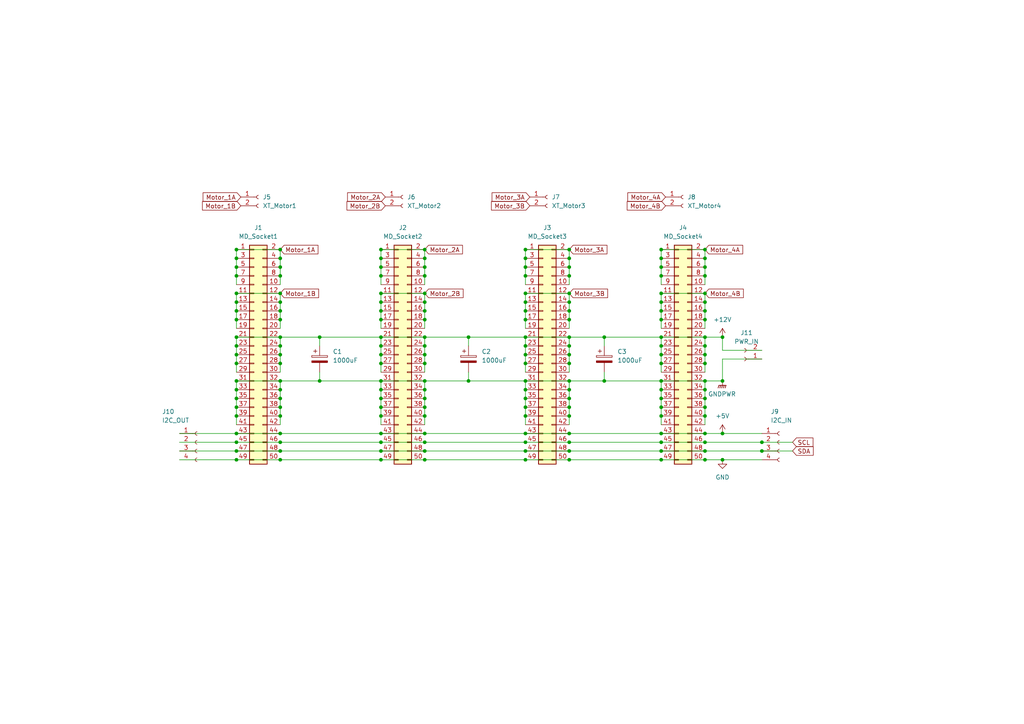
<source format=kicad_sch>
(kicad_sch (version 20230121) (generator eeschema)

  (uuid ea97f4a9-09a5-44cb-b831-5400ff5dc24b)

  (paper "A4")

  (lib_symbols
    (symbol "Connector:Conn_01x02_Socket" (pin_names (offset 1.016) hide) (in_bom yes) (on_board yes)
      (property "Reference" "J" (at 0 2.54 0)
        (effects (font (size 1.27 1.27)))
      )
      (property "Value" "Conn_01x02_Socket" (at 0 -5.08 0)
        (effects (font (size 1.27 1.27)))
      )
      (property "Footprint" "" (at 0 0 0)
        (effects (font (size 1.27 1.27)) hide)
      )
      (property "Datasheet" "~" (at 0 0 0)
        (effects (font (size 1.27 1.27)) hide)
      )
      (property "ki_locked" "" (at 0 0 0)
        (effects (font (size 1.27 1.27)))
      )
      (property "ki_keywords" "connector" (at 0 0 0)
        (effects (font (size 1.27 1.27)) hide)
      )
      (property "ki_description" "Generic connector, single row, 01x02, script generated" (at 0 0 0)
        (effects (font (size 1.27 1.27)) hide)
      )
      (property "ki_fp_filters" "Connector*:*_1x??_*" (at 0 0 0)
        (effects (font (size 1.27 1.27)) hide)
      )
      (symbol "Conn_01x02_Socket_1_1"
        (arc (start 0 -2.032) (mid -0.5058 -2.54) (end 0 -3.048)
          (stroke (width 0.1524) (type default))
          (fill (type none))
        )
        (polyline
          (pts
            (xy -1.27 -2.54)
            (xy -0.508 -2.54)
          )
          (stroke (width 0.1524) (type default))
          (fill (type none))
        )
        (polyline
          (pts
            (xy -1.27 0)
            (xy -0.508 0)
          )
          (stroke (width 0.1524) (type default))
          (fill (type none))
        )
        (arc (start 0 0.508) (mid -0.5058 0) (end 0 -0.508)
          (stroke (width 0.1524) (type default))
          (fill (type none))
        )
        (pin passive line (at -5.08 0 0) (length 3.81)
          (name "Pin_1" (effects (font (size 1.27 1.27))))
          (number "1" (effects (font (size 1.27 1.27))))
        )
        (pin passive line (at -5.08 -2.54 0) (length 3.81)
          (name "Pin_2" (effects (font (size 1.27 1.27))))
          (number "2" (effects (font (size 1.27 1.27))))
        )
      )
    )
    (symbol "Connector:Conn_01x04_Socket" (pin_names (offset 1.016) hide) (in_bom yes) (on_board yes)
      (property "Reference" "J" (at 0 5.08 0)
        (effects (font (size 1.27 1.27)))
      )
      (property "Value" "Conn_01x04_Socket" (at 0 -7.62 0)
        (effects (font (size 1.27 1.27)))
      )
      (property "Footprint" "" (at 0 0 0)
        (effects (font (size 1.27 1.27)) hide)
      )
      (property "Datasheet" "~" (at 0 0 0)
        (effects (font (size 1.27 1.27)) hide)
      )
      (property "ki_locked" "" (at 0 0 0)
        (effects (font (size 1.27 1.27)))
      )
      (property "ki_keywords" "connector" (at 0 0 0)
        (effects (font (size 1.27 1.27)) hide)
      )
      (property "ki_description" "Generic connector, single row, 01x04, script generated" (at 0 0 0)
        (effects (font (size 1.27 1.27)) hide)
      )
      (property "ki_fp_filters" "Connector*:*_1x??_*" (at 0 0 0)
        (effects (font (size 1.27 1.27)) hide)
      )
      (symbol "Conn_01x04_Socket_1_1"
        (arc (start 0 -4.572) (mid -0.5058 -5.08) (end 0 -5.588)
          (stroke (width 0.1524) (type default))
          (fill (type none))
        )
        (arc (start 0 -2.032) (mid -0.5058 -2.54) (end 0 -3.048)
          (stroke (width 0.1524) (type default))
          (fill (type none))
        )
        (polyline
          (pts
            (xy -1.27 -5.08)
            (xy -0.508 -5.08)
          )
          (stroke (width 0.1524) (type default))
          (fill (type none))
        )
        (polyline
          (pts
            (xy -1.27 -2.54)
            (xy -0.508 -2.54)
          )
          (stroke (width 0.1524) (type default))
          (fill (type none))
        )
        (polyline
          (pts
            (xy -1.27 0)
            (xy -0.508 0)
          )
          (stroke (width 0.1524) (type default))
          (fill (type none))
        )
        (polyline
          (pts
            (xy -1.27 2.54)
            (xy -0.508 2.54)
          )
          (stroke (width 0.1524) (type default))
          (fill (type none))
        )
        (arc (start 0 0.508) (mid -0.5058 0) (end 0 -0.508)
          (stroke (width 0.1524) (type default))
          (fill (type none))
        )
        (arc (start 0 3.048) (mid -0.5058 2.54) (end 0 2.032)
          (stroke (width 0.1524) (type default))
          (fill (type none))
        )
        (pin passive line (at -5.08 2.54 0) (length 3.81)
          (name "Pin_1" (effects (font (size 1.27 1.27))))
          (number "1" (effects (font (size 1.27 1.27))))
        )
        (pin passive line (at -5.08 0 0) (length 3.81)
          (name "Pin_2" (effects (font (size 1.27 1.27))))
          (number "2" (effects (font (size 1.27 1.27))))
        )
        (pin passive line (at -5.08 -2.54 0) (length 3.81)
          (name "Pin_3" (effects (font (size 1.27 1.27))))
          (number "3" (effects (font (size 1.27 1.27))))
        )
        (pin passive line (at -5.08 -5.08 0) (length 3.81)
          (name "Pin_4" (effects (font (size 1.27 1.27))))
          (number "4" (effects (font (size 1.27 1.27))))
        )
      )
    )
    (symbol "Connector_Generic:Conn_02x25_Odd_Even" (pin_names (offset 1.016) hide) (in_bom yes) (on_board yes)
      (property "Reference" "J" (at 1.27 33.02 0)
        (effects (font (size 1.27 1.27)))
      )
      (property "Value" "Conn_02x25_Odd_Even" (at 1.27 -33.02 0)
        (effects (font (size 1.27 1.27)))
      )
      (property "Footprint" "" (at 0 0 0)
        (effects (font (size 1.27 1.27)) hide)
      )
      (property "Datasheet" "~" (at 0 0 0)
        (effects (font (size 1.27 1.27)) hide)
      )
      (property "ki_keywords" "connector" (at 0 0 0)
        (effects (font (size 1.27 1.27)) hide)
      )
      (property "ki_description" "Generic connector, double row, 02x25, odd/even pin numbering scheme (row 1 odd numbers, row 2 even numbers), script generated (kicad-library-utils/schlib/autogen/connector/)" (at 0 0 0)
        (effects (font (size 1.27 1.27)) hide)
      )
      (property "ki_fp_filters" "Connector*:*_2x??_*" (at 0 0 0)
        (effects (font (size 1.27 1.27)) hide)
      )
      (symbol "Conn_02x25_Odd_Even_1_1"
        (rectangle (start -1.27 -30.353) (end 0 -30.607)
          (stroke (width 0.1524) (type default))
          (fill (type none))
        )
        (rectangle (start -1.27 -27.813) (end 0 -28.067)
          (stroke (width 0.1524) (type default))
          (fill (type none))
        )
        (rectangle (start -1.27 -25.273) (end 0 -25.527)
          (stroke (width 0.1524) (type default))
          (fill (type none))
        )
        (rectangle (start -1.27 -22.733) (end 0 -22.987)
          (stroke (width 0.1524) (type default))
          (fill (type none))
        )
        (rectangle (start -1.27 -20.193) (end 0 -20.447)
          (stroke (width 0.1524) (type default))
          (fill (type none))
        )
        (rectangle (start -1.27 -17.653) (end 0 -17.907)
          (stroke (width 0.1524) (type default))
          (fill (type none))
        )
        (rectangle (start -1.27 -15.113) (end 0 -15.367)
          (stroke (width 0.1524) (type default))
          (fill (type none))
        )
        (rectangle (start -1.27 -12.573) (end 0 -12.827)
          (stroke (width 0.1524) (type default))
          (fill (type none))
        )
        (rectangle (start -1.27 -10.033) (end 0 -10.287)
          (stroke (width 0.1524) (type default))
          (fill (type none))
        )
        (rectangle (start -1.27 -7.493) (end 0 -7.747)
          (stroke (width 0.1524) (type default))
          (fill (type none))
        )
        (rectangle (start -1.27 -4.953) (end 0 -5.207)
          (stroke (width 0.1524) (type default))
          (fill (type none))
        )
        (rectangle (start -1.27 -2.413) (end 0 -2.667)
          (stroke (width 0.1524) (type default))
          (fill (type none))
        )
        (rectangle (start -1.27 0.127) (end 0 -0.127)
          (stroke (width 0.1524) (type default))
          (fill (type none))
        )
        (rectangle (start -1.27 2.667) (end 0 2.413)
          (stroke (width 0.1524) (type default))
          (fill (type none))
        )
        (rectangle (start -1.27 5.207) (end 0 4.953)
          (stroke (width 0.1524) (type default))
          (fill (type none))
        )
        (rectangle (start -1.27 7.747) (end 0 7.493)
          (stroke (width 0.1524) (type default))
          (fill (type none))
        )
        (rectangle (start -1.27 10.287) (end 0 10.033)
          (stroke (width 0.1524) (type default))
          (fill (type none))
        )
        (rectangle (start -1.27 12.827) (end 0 12.573)
          (stroke (width 0.1524) (type default))
          (fill (type none))
        )
        (rectangle (start -1.27 15.367) (end 0 15.113)
          (stroke (width 0.1524) (type default))
          (fill (type none))
        )
        (rectangle (start -1.27 17.907) (end 0 17.653)
          (stroke (width 0.1524) (type default))
          (fill (type none))
        )
        (rectangle (start -1.27 20.447) (end 0 20.193)
          (stroke (width 0.1524) (type default))
          (fill (type none))
        )
        (rectangle (start -1.27 22.987) (end 0 22.733)
          (stroke (width 0.1524) (type default))
          (fill (type none))
        )
        (rectangle (start -1.27 25.527) (end 0 25.273)
          (stroke (width 0.1524) (type default))
          (fill (type none))
        )
        (rectangle (start -1.27 28.067) (end 0 27.813)
          (stroke (width 0.1524) (type default))
          (fill (type none))
        )
        (rectangle (start -1.27 30.607) (end 0 30.353)
          (stroke (width 0.1524) (type default))
          (fill (type none))
        )
        (rectangle (start -1.27 31.75) (end 3.81 -31.75)
          (stroke (width 0.254) (type default))
          (fill (type background))
        )
        (rectangle (start 3.81 -30.353) (end 2.54 -30.607)
          (stroke (width 0.1524) (type default))
          (fill (type none))
        )
        (rectangle (start 3.81 -27.813) (end 2.54 -28.067)
          (stroke (width 0.1524) (type default))
          (fill (type none))
        )
        (rectangle (start 3.81 -25.273) (end 2.54 -25.527)
          (stroke (width 0.1524) (type default))
          (fill (type none))
        )
        (rectangle (start 3.81 -22.733) (end 2.54 -22.987)
          (stroke (width 0.1524) (type default))
          (fill (type none))
        )
        (rectangle (start 3.81 -20.193) (end 2.54 -20.447)
          (stroke (width 0.1524) (type default))
          (fill (type none))
        )
        (rectangle (start 3.81 -17.653) (end 2.54 -17.907)
          (stroke (width 0.1524) (type default))
          (fill (type none))
        )
        (rectangle (start 3.81 -15.113) (end 2.54 -15.367)
          (stroke (width 0.1524) (type default))
          (fill (type none))
        )
        (rectangle (start 3.81 -12.573) (end 2.54 -12.827)
          (stroke (width 0.1524) (type default))
          (fill (type none))
        )
        (rectangle (start 3.81 -10.033) (end 2.54 -10.287)
          (stroke (width 0.1524) (type default))
          (fill (type none))
        )
        (rectangle (start 3.81 -7.493) (end 2.54 -7.747)
          (stroke (width 0.1524) (type default))
          (fill (type none))
        )
        (rectangle (start 3.81 -4.953) (end 2.54 -5.207)
          (stroke (width 0.1524) (type default))
          (fill (type none))
        )
        (rectangle (start 3.81 -2.413) (end 2.54 -2.667)
          (stroke (width 0.1524) (type default))
          (fill (type none))
        )
        (rectangle (start 3.81 0.127) (end 2.54 -0.127)
          (stroke (width 0.1524) (type default))
          (fill (type none))
        )
        (rectangle (start 3.81 2.667) (end 2.54 2.413)
          (stroke (width 0.1524) (type default))
          (fill (type none))
        )
        (rectangle (start 3.81 5.207) (end 2.54 4.953)
          (stroke (width 0.1524) (type default))
          (fill (type none))
        )
        (rectangle (start 3.81 7.747) (end 2.54 7.493)
          (stroke (width 0.1524) (type default))
          (fill (type none))
        )
        (rectangle (start 3.81 10.287) (end 2.54 10.033)
          (stroke (width 0.1524) (type default))
          (fill (type none))
        )
        (rectangle (start 3.81 12.827) (end 2.54 12.573)
          (stroke (width 0.1524) (type default))
          (fill (type none))
        )
        (rectangle (start 3.81 15.367) (end 2.54 15.113)
          (stroke (width 0.1524) (type default))
          (fill (type none))
        )
        (rectangle (start 3.81 17.907) (end 2.54 17.653)
          (stroke (width 0.1524) (type default))
          (fill (type none))
        )
        (rectangle (start 3.81 20.447) (end 2.54 20.193)
          (stroke (width 0.1524) (type default))
          (fill (type none))
        )
        (rectangle (start 3.81 22.987) (end 2.54 22.733)
          (stroke (width 0.1524) (type default))
          (fill (type none))
        )
        (rectangle (start 3.81 25.527) (end 2.54 25.273)
          (stroke (width 0.1524) (type default))
          (fill (type none))
        )
        (rectangle (start 3.81 28.067) (end 2.54 27.813)
          (stroke (width 0.1524) (type default))
          (fill (type none))
        )
        (rectangle (start 3.81 30.607) (end 2.54 30.353)
          (stroke (width 0.1524) (type default))
          (fill (type none))
        )
        (pin passive line (at -5.08 30.48 0) (length 3.81)
          (name "Pin_1" (effects (font (size 1.27 1.27))))
          (number "1" (effects (font (size 1.27 1.27))))
        )
        (pin passive line (at 7.62 20.32 180) (length 3.81)
          (name "Pin_10" (effects (font (size 1.27 1.27))))
          (number "10" (effects (font (size 1.27 1.27))))
        )
        (pin passive line (at -5.08 17.78 0) (length 3.81)
          (name "Pin_11" (effects (font (size 1.27 1.27))))
          (number "11" (effects (font (size 1.27 1.27))))
        )
        (pin passive line (at 7.62 17.78 180) (length 3.81)
          (name "Pin_12" (effects (font (size 1.27 1.27))))
          (number "12" (effects (font (size 1.27 1.27))))
        )
        (pin passive line (at -5.08 15.24 0) (length 3.81)
          (name "Pin_13" (effects (font (size 1.27 1.27))))
          (number "13" (effects (font (size 1.27 1.27))))
        )
        (pin passive line (at 7.62 15.24 180) (length 3.81)
          (name "Pin_14" (effects (font (size 1.27 1.27))))
          (number "14" (effects (font (size 1.27 1.27))))
        )
        (pin passive line (at -5.08 12.7 0) (length 3.81)
          (name "Pin_15" (effects (font (size 1.27 1.27))))
          (number "15" (effects (font (size 1.27 1.27))))
        )
        (pin passive line (at 7.62 12.7 180) (length 3.81)
          (name "Pin_16" (effects (font (size 1.27 1.27))))
          (number "16" (effects (font (size 1.27 1.27))))
        )
        (pin passive line (at -5.08 10.16 0) (length 3.81)
          (name "Pin_17" (effects (font (size 1.27 1.27))))
          (number "17" (effects (font (size 1.27 1.27))))
        )
        (pin passive line (at 7.62 10.16 180) (length 3.81)
          (name "Pin_18" (effects (font (size 1.27 1.27))))
          (number "18" (effects (font (size 1.27 1.27))))
        )
        (pin passive line (at -5.08 7.62 0) (length 3.81)
          (name "Pin_19" (effects (font (size 1.27 1.27))))
          (number "19" (effects (font (size 1.27 1.27))))
        )
        (pin passive line (at 7.62 30.48 180) (length 3.81)
          (name "Pin_2" (effects (font (size 1.27 1.27))))
          (number "2" (effects (font (size 1.27 1.27))))
        )
        (pin passive line (at 7.62 7.62 180) (length 3.81)
          (name "Pin_20" (effects (font (size 1.27 1.27))))
          (number "20" (effects (font (size 1.27 1.27))))
        )
        (pin passive line (at -5.08 5.08 0) (length 3.81)
          (name "Pin_21" (effects (font (size 1.27 1.27))))
          (number "21" (effects (font (size 1.27 1.27))))
        )
        (pin passive line (at 7.62 5.08 180) (length 3.81)
          (name "Pin_22" (effects (font (size 1.27 1.27))))
          (number "22" (effects (font (size 1.27 1.27))))
        )
        (pin passive line (at -5.08 2.54 0) (length 3.81)
          (name "Pin_23" (effects (font (size 1.27 1.27))))
          (number "23" (effects (font (size 1.27 1.27))))
        )
        (pin passive line (at 7.62 2.54 180) (length 3.81)
          (name "Pin_24" (effects (font (size 1.27 1.27))))
          (number "24" (effects (font (size 1.27 1.27))))
        )
        (pin passive line (at -5.08 0 0) (length 3.81)
          (name "Pin_25" (effects (font (size 1.27 1.27))))
          (number "25" (effects (font (size 1.27 1.27))))
        )
        (pin passive line (at 7.62 0 180) (length 3.81)
          (name "Pin_26" (effects (font (size 1.27 1.27))))
          (number "26" (effects (font (size 1.27 1.27))))
        )
        (pin passive line (at -5.08 -2.54 0) (length 3.81)
          (name "Pin_27" (effects (font (size 1.27 1.27))))
          (number "27" (effects (font (size 1.27 1.27))))
        )
        (pin passive line (at 7.62 -2.54 180) (length 3.81)
          (name "Pin_28" (effects (font (size 1.27 1.27))))
          (number "28" (effects (font (size 1.27 1.27))))
        )
        (pin passive line (at -5.08 -5.08 0) (length 3.81)
          (name "Pin_29" (effects (font (size 1.27 1.27))))
          (number "29" (effects (font (size 1.27 1.27))))
        )
        (pin passive line (at -5.08 27.94 0) (length 3.81)
          (name "Pin_3" (effects (font (size 1.27 1.27))))
          (number "3" (effects (font (size 1.27 1.27))))
        )
        (pin passive line (at 7.62 -5.08 180) (length 3.81)
          (name "Pin_30" (effects (font (size 1.27 1.27))))
          (number "30" (effects (font (size 1.27 1.27))))
        )
        (pin passive line (at -5.08 -7.62 0) (length 3.81)
          (name "Pin_31" (effects (font (size 1.27 1.27))))
          (number "31" (effects (font (size 1.27 1.27))))
        )
        (pin passive line (at 7.62 -7.62 180) (length 3.81)
          (name "Pin_32" (effects (font (size 1.27 1.27))))
          (number "32" (effects (font (size 1.27 1.27))))
        )
        (pin passive line (at -5.08 -10.16 0) (length 3.81)
          (name "Pin_33" (effects (font (size 1.27 1.27))))
          (number "33" (effects (font (size 1.27 1.27))))
        )
        (pin passive line (at 7.62 -10.16 180) (length 3.81)
          (name "Pin_34" (effects (font (size 1.27 1.27))))
          (number "34" (effects (font (size 1.27 1.27))))
        )
        (pin passive line (at -5.08 -12.7 0) (length 3.81)
          (name "Pin_35" (effects (font (size 1.27 1.27))))
          (number "35" (effects (font (size 1.27 1.27))))
        )
        (pin passive line (at 7.62 -12.7 180) (length 3.81)
          (name "Pin_36" (effects (font (size 1.27 1.27))))
          (number "36" (effects (font (size 1.27 1.27))))
        )
        (pin passive line (at -5.08 -15.24 0) (length 3.81)
          (name "Pin_37" (effects (font (size 1.27 1.27))))
          (number "37" (effects (font (size 1.27 1.27))))
        )
        (pin passive line (at 7.62 -15.24 180) (length 3.81)
          (name "Pin_38" (effects (font (size 1.27 1.27))))
          (number "38" (effects (font (size 1.27 1.27))))
        )
        (pin passive line (at -5.08 -17.78 0) (length 3.81)
          (name "Pin_39" (effects (font (size 1.27 1.27))))
          (number "39" (effects (font (size 1.27 1.27))))
        )
        (pin passive line (at 7.62 27.94 180) (length 3.81)
          (name "Pin_4" (effects (font (size 1.27 1.27))))
          (number "4" (effects (font (size 1.27 1.27))))
        )
        (pin passive line (at 7.62 -17.78 180) (length 3.81)
          (name "Pin_40" (effects (font (size 1.27 1.27))))
          (number "40" (effects (font (size 1.27 1.27))))
        )
        (pin passive line (at -5.08 -20.32 0) (length 3.81)
          (name "Pin_41" (effects (font (size 1.27 1.27))))
          (number "41" (effects (font (size 1.27 1.27))))
        )
        (pin passive line (at 7.62 -20.32 180) (length 3.81)
          (name "Pin_42" (effects (font (size 1.27 1.27))))
          (number "42" (effects (font (size 1.27 1.27))))
        )
        (pin passive line (at -5.08 -22.86 0) (length 3.81)
          (name "Pin_43" (effects (font (size 1.27 1.27))))
          (number "43" (effects (font (size 1.27 1.27))))
        )
        (pin passive line (at 7.62 -22.86 180) (length 3.81)
          (name "Pin_44" (effects (font (size 1.27 1.27))))
          (number "44" (effects (font (size 1.27 1.27))))
        )
        (pin passive line (at -5.08 -25.4 0) (length 3.81)
          (name "Pin_45" (effects (font (size 1.27 1.27))))
          (number "45" (effects (font (size 1.27 1.27))))
        )
        (pin passive line (at 7.62 -25.4 180) (length 3.81)
          (name "Pin_46" (effects (font (size 1.27 1.27))))
          (number "46" (effects (font (size 1.27 1.27))))
        )
        (pin passive line (at -5.08 -27.94 0) (length 3.81)
          (name "Pin_47" (effects (font (size 1.27 1.27))))
          (number "47" (effects (font (size 1.27 1.27))))
        )
        (pin passive line (at 7.62 -27.94 180) (length 3.81)
          (name "Pin_48" (effects (font (size 1.27 1.27))))
          (number "48" (effects (font (size 1.27 1.27))))
        )
        (pin passive line (at -5.08 -30.48 0) (length 3.81)
          (name "Pin_49" (effects (font (size 1.27 1.27))))
          (number "49" (effects (font (size 1.27 1.27))))
        )
        (pin passive line (at -5.08 25.4 0) (length 3.81)
          (name "Pin_5" (effects (font (size 1.27 1.27))))
          (number "5" (effects (font (size 1.27 1.27))))
        )
        (pin passive line (at 7.62 -30.48 180) (length 3.81)
          (name "Pin_50" (effects (font (size 1.27 1.27))))
          (number "50" (effects (font (size 1.27 1.27))))
        )
        (pin passive line (at 7.62 25.4 180) (length 3.81)
          (name "Pin_6" (effects (font (size 1.27 1.27))))
          (number "6" (effects (font (size 1.27 1.27))))
        )
        (pin passive line (at -5.08 22.86 0) (length 3.81)
          (name "Pin_7" (effects (font (size 1.27 1.27))))
          (number "7" (effects (font (size 1.27 1.27))))
        )
        (pin passive line (at 7.62 22.86 180) (length 3.81)
          (name "Pin_8" (effects (font (size 1.27 1.27))))
          (number "8" (effects (font (size 1.27 1.27))))
        )
        (pin passive line (at -5.08 20.32 0) (length 3.81)
          (name "Pin_9" (effects (font (size 1.27 1.27))))
          (number "9" (effects (font (size 1.27 1.27))))
        )
      )
    )
    (symbol "Device:C_Polarized" (pin_numbers hide) (pin_names (offset 0.254)) (in_bom yes) (on_board yes)
      (property "Reference" "C" (at 0.635 2.54 0)
        (effects (font (size 1.27 1.27)) (justify left))
      )
      (property "Value" "C_Polarized" (at 0.635 -2.54 0)
        (effects (font (size 1.27 1.27)) (justify left))
      )
      (property "Footprint" "" (at 0.9652 -3.81 0)
        (effects (font (size 1.27 1.27)) hide)
      )
      (property "Datasheet" "~" (at 0 0 0)
        (effects (font (size 1.27 1.27)) hide)
      )
      (property "ki_keywords" "cap capacitor" (at 0 0 0)
        (effects (font (size 1.27 1.27)) hide)
      )
      (property "ki_description" "Polarized capacitor" (at 0 0 0)
        (effects (font (size 1.27 1.27)) hide)
      )
      (property "ki_fp_filters" "CP_*" (at 0 0 0)
        (effects (font (size 1.27 1.27)) hide)
      )
      (symbol "C_Polarized_0_1"
        (rectangle (start -2.286 0.508) (end 2.286 1.016)
          (stroke (width 0) (type default))
          (fill (type none))
        )
        (polyline
          (pts
            (xy -1.778 2.286)
            (xy -0.762 2.286)
          )
          (stroke (width 0) (type default))
          (fill (type none))
        )
        (polyline
          (pts
            (xy -1.27 2.794)
            (xy -1.27 1.778)
          )
          (stroke (width 0) (type default))
          (fill (type none))
        )
        (rectangle (start 2.286 -0.508) (end -2.286 -1.016)
          (stroke (width 0) (type default))
          (fill (type outline))
        )
      )
      (symbol "C_Polarized_1_1"
        (pin passive line (at 0 3.81 270) (length 2.794)
          (name "~" (effects (font (size 1.27 1.27))))
          (number "1" (effects (font (size 1.27 1.27))))
        )
        (pin passive line (at 0 -3.81 90) (length 2.794)
          (name "~" (effects (font (size 1.27 1.27))))
          (number "2" (effects (font (size 1.27 1.27))))
        )
      )
    )
    (symbol "power:+12V" (power) (pin_names (offset 0)) (in_bom yes) (on_board yes)
      (property "Reference" "#PWR" (at 0 -3.81 0)
        (effects (font (size 1.27 1.27)) hide)
      )
      (property "Value" "+12V" (at 0 3.556 0)
        (effects (font (size 1.27 1.27)))
      )
      (property "Footprint" "" (at 0 0 0)
        (effects (font (size 1.27 1.27)) hide)
      )
      (property "Datasheet" "" (at 0 0 0)
        (effects (font (size 1.27 1.27)) hide)
      )
      (property "ki_keywords" "global power" (at 0 0 0)
        (effects (font (size 1.27 1.27)) hide)
      )
      (property "ki_description" "Power symbol creates a global label with name \"+12V\"" (at 0 0 0)
        (effects (font (size 1.27 1.27)) hide)
      )
      (symbol "+12V_0_1"
        (polyline
          (pts
            (xy -0.762 1.27)
            (xy 0 2.54)
          )
          (stroke (width 0) (type default))
          (fill (type none))
        )
        (polyline
          (pts
            (xy 0 0)
            (xy 0 2.54)
          )
          (stroke (width 0) (type default))
          (fill (type none))
        )
        (polyline
          (pts
            (xy 0 2.54)
            (xy 0.762 1.27)
          )
          (stroke (width 0) (type default))
          (fill (type none))
        )
      )
      (symbol "+12V_1_1"
        (pin power_in line (at 0 0 90) (length 0) hide
          (name "+12V" (effects (font (size 1.27 1.27))))
          (number "1" (effects (font (size 1.27 1.27))))
        )
      )
    )
    (symbol "power:+5V" (power) (pin_names (offset 0)) (in_bom yes) (on_board yes)
      (property "Reference" "#PWR" (at 0 -3.81 0)
        (effects (font (size 1.27 1.27)) hide)
      )
      (property "Value" "+5V" (at 0 3.556 0)
        (effects (font (size 1.27 1.27)))
      )
      (property "Footprint" "" (at 0 0 0)
        (effects (font (size 1.27 1.27)) hide)
      )
      (property "Datasheet" "" (at 0 0 0)
        (effects (font (size 1.27 1.27)) hide)
      )
      (property "ki_keywords" "global power" (at 0 0 0)
        (effects (font (size 1.27 1.27)) hide)
      )
      (property "ki_description" "Power symbol creates a global label with name \"+5V\"" (at 0 0 0)
        (effects (font (size 1.27 1.27)) hide)
      )
      (symbol "+5V_0_1"
        (polyline
          (pts
            (xy -0.762 1.27)
            (xy 0 2.54)
          )
          (stroke (width 0) (type default))
          (fill (type none))
        )
        (polyline
          (pts
            (xy 0 0)
            (xy 0 2.54)
          )
          (stroke (width 0) (type default))
          (fill (type none))
        )
        (polyline
          (pts
            (xy 0 2.54)
            (xy 0.762 1.27)
          )
          (stroke (width 0) (type default))
          (fill (type none))
        )
      )
      (symbol "+5V_1_1"
        (pin power_in line (at 0 0 90) (length 0) hide
          (name "+5V" (effects (font (size 1.27 1.27))))
          (number "1" (effects (font (size 1.27 1.27))))
        )
      )
    )
    (symbol "power:GND" (power) (pin_names (offset 0)) (in_bom yes) (on_board yes)
      (property "Reference" "#PWR" (at 0 -6.35 0)
        (effects (font (size 1.27 1.27)) hide)
      )
      (property "Value" "GND" (at 0 -3.81 0)
        (effects (font (size 1.27 1.27)))
      )
      (property "Footprint" "" (at 0 0 0)
        (effects (font (size 1.27 1.27)) hide)
      )
      (property "Datasheet" "" (at 0 0 0)
        (effects (font (size 1.27 1.27)) hide)
      )
      (property "ki_keywords" "global power" (at 0 0 0)
        (effects (font (size 1.27 1.27)) hide)
      )
      (property "ki_description" "Power symbol creates a global label with name \"GND\" , ground" (at 0 0 0)
        (effects (font (size 1.27 1.27)) hide)
      )
      (symbol "GND_0_1"
        (polyline
          (pts
            (xy 0 0)
            (xy 0 -1.27)
            (xy 1.27 -1.27)
            (xy 0 -2.54)
            (xy -1.27 -1.27)
            (xy 0 -1.27)
          )
          (stroke (width 0) (type default))
          (fill (type none))
        )
      )
      (symbol "GND_1_1"
        (pin power_in line (at 0 0 270) (length 0) hide
          (name "GND" (effects (font (size 1.27 1.27))))
          (number "1" (effects (font (size 1.27 1.27))))
        )
      )
    )
    (symbol "power:GNDPWR" (power) (pin_names (offset 0)) (in_bom yes) (on_board yes)
      (property "Reference" "#PWR" (at 0 -5.08 0)
        (effects (font (size 1.27 1.27)) hide)
      )
      (property "Value" "GNDPWR" (at 0 -3.302 0)
        (effects (font (size 1.27 1.27)))
      )
      (property "Footprint" "" (at 0 -1.27 0)
        (effects (font (size 1.27 1.27)) hide)
      )
      (property "Datasheet" "" (at 0 -1.27 0)
        (effects (font (size 1.27 1.27)) hide)
      )
      (property "ki_keywords" "global ground" (at 0 0 0)
        (effects (font (size 1.27 1.27)) hide)
      )
      (property "ki_description" "Power symbol creates a global label with name \"GNDPWR\" , global ground" (at 0 0 0)
        (effects (font (size 1.27 1.27)) hide)
      )
      (symbol "GNDPWR_0_1"
        (polyline
          (pts
            (xy 0 -1.27)
            (xy 0 0)
          )
          (stroke (width 0) (type default))
          (fill (type none))
        )
        (polyline
          (pts
            (xy -1.016 -1.27)
            (xy -1.27 -2.032)
            (xy -1.27 -2.032)
          )
          (stroke (width 0.2032) (type default))
          (fill (type none))
        )
        (polyline
          (pts
            (xy -0.508 -1.27)
            (xy -0.762 -2.032)
            (xy -0.762 -2.032)
          )
          (stroke (width 0.2032) (type default))
          (fill (type none))
        )
        (polyline
          (pts
            (xy 0 -1.27)
            (xy -0.254 -2.032)
            (xy -0.254 -2.032)
          )
          (stroke (width 0.2032) (type default))
          (fill (type none))
        )
        (polyline
          (pts
            (xy 0.508 -1.27)
            (xy 0.254 -2.032)
            (xy 0.254 -2.032)
          )
          (stroke (width 0.2032) (type default))
          (fill (type none))
        )
        (polyline
          (pts
            (xy 1.016 -1.27)
            (xy -1.016 -1.27)
            (xy -1.016 -1.27)
          )
          (stroke (width 0.2032) (type default))
          (fill (type none))
        )
        (polyline
          (pts
            (xy 1.016 -1.27)
            (xy 0.762 -2.032)
            (xy 0.762 -2.032)
            (xy 0.762 -2.032)
          )
          (stroke (width 0.2032) (type default))
          (fill (type none))
        )
      )
      (symbol "GNDPWR_1_1"
        (pin power_in line (at 0 0 270) (length 0) hide
          (name "GNDPWR" (effects (font (size 1.27 1.27))))
          (number "1" (effects (font (size 1.27 1.27))))
        )
      )
    )
  )

  (junction (at 81.28 92.71) (diameter 0) (color 0 0 0 0)
    (uuid 0037bc22-2bad-483e-a42c-68b3fae702f5)
  )
  (junction (at 68.58 85.09) (diameter 0) (color 0 0 0 0)
    (uuid 0072ecaa-8e20-46b4-8424-35e9f0c776ad)
  )
  (junction (at 68.58 92.71) (diameter 0) (color 0 0 0 0)
    (uuid 00a364a7-e8ae-42bd-8ffd-aeb60efc6f9c)
  )
  (junction (at 204.47 87.63) (diameter 0) (color 0 0 0 0)
    (uuid 05aab97e-4ea5-4c35-8101-a9e9a8a2edce)
  )
  (junction (at 68.58 97.79) (diameter 0) (color 0 0 0 0)
    (uuid 0605b9c4-a6ba-49fe-836b-71520608f372)
  )
  (junction (at 123.19 133.35) (diameter 0) (color 0 0 0 0)
    (uuid 06c33c29-f697-4939-9a68-7b395b030f32)
  )
  (junction (at 123.19 115.57) (diameter 0) (color 0 0 0 0)
    (uuid 074ab215-0429-4e6b-aeb9-872d9f5f2587)
  )
  (junction (at 152.4 128.27) (diameter 0) (color 0 0 0 0)
    (uuid 076dad87-70e7-444f-8dcc-98af85016218)
  )
  (junction (at 165.1 72.39) (diameter 0) (color 0 0 0 0)
    (uuid 09847699-4ee8-47c7-8aa6-b9ca82d33b88)
  )
  (junction (at 152.4 100.33) (diameter 0) (color 0 0 0 0)
    (uuid 0b7d273f-7b13-4e2d-bcf1-210241901b06)
  )
  (junction (at 81.28 125.73) (diameter 0) (color 0 0 0 0)
    (uuid 0d9791f3-623b-423f-b0e5-09a92b7246f6)
  )
  (junction (at 123.19 97.79) (diameter 0) (color 0 0 0 0)
    (uuid 0df56cb0-3524-4d64-9a6e-441e1a692044)
  )
  (junction (at 81.28 100.33) (diameter 0) (color 0 0 0 0)
    (uuid 0fa32fbc-f58d-48bf-b196-c59680257d69)
  )
  (junction (at 165.1 87.63) (diameter 0) (color 0 0 0 0)
    (uuid 1169626f-5aa7-4dfd-a6e6-70c7b0ceb491)
  )
  (junction (at 165.1 118.11) (diameter 0) (color 0 0 0 0)
    (uuid 13d03eb9-2ac1-4d0e-b293-0ef21ccbbc78)
  )
  (junction (at 110.49 120.65) (diameter 0) (color 0 0 0 0)
    (uuid 16182f30-e571-4965-a44a-d23b2c56586c)
  )
  (junction (at 152.4 87.63) (diameter 0) (color 0 0 0 0)
    (uuid 164663c2-a56d-47db-a4a0-19d4a557161c)
  )
  (junction (at 110.49 90.17) (diameter 0) (color 0 0 0 0)
    (uuid 18a4cb48-5e3a-45bc-9c4b-cb981d19abcb)
  )
  (junction (at 68.58 90.17) (diameter 0) (color 0 0 0 0)
    (uuid 1aef5e97-cd34-4127-89e2-6b310dbb2045)
  )
  (junction (at 204.47 85.09) (diameter 0) (color 0 0 0 0)
    (uuid 1bb5f805-0246-416a-ba54-d57b44b56414)
  )
  (junction (at 92.71 110.49) (diameter 0) (color 0 0 0 0)
    (uuid 1c0e2c31-3a8b-4834-b42c-5aff7f507ee2)
  )
  (junction (at 123.19 87.63) (diameter 0) (color 0 0 0 0)
    (uuid 1c9a70ba-e8c4-4783-8425-e0fa52891cd1)
  )
  (junction (at 152.4 77.47) (diameter 0) (color 0 0 0 0)
    (uuid 1d2fd139-2df8-4a9b-bd29-9216245af09a)
  )
  (junction (at 68.58 115.57) (diameter 0) (color 0 0 0 0)
    (uuid 1dae7cec-add3-4bd4-a3f5-56468bbe32ca)
  )
  (junction (at 152.4 90.17) (diameter 0) (color 0 0 0 0)
    (uuid 1db2e376-f7e6-4850-9ae7-5619bfac019f)
  )
  (junction (at 175.26 97.79) (diameter 0) (color 0 0 0 0)
    (uuid 20086327-3262-47b8-9d0b-5bd0aae70afe)
  )
  (junction (at 191.77 105.41) (diameter 0) (color 0 0 0 0)
    (uuid 2042a222-d814-441e-80f4-062c3af44667)
  )
  (junction (at 152.4 113.03) (diameter 0) (color 0 0 0 0)
    (uuid 20cde8b0-676e-4a1d-9c12-d389ff237a86)
  )
  (junction (at 152.4 118.11) (diameter 0) (color 0 0 0 0)
    (uuid 20ebf753-71a2-4602-b21a-ec3561c29d57)
  )
  (junction (at 204.47 90.17) (diameter 0) (color 0 0 0 0)
    (uuid 2129d712-85e3-43f0-a7cc-8e4be16ec31d)
  )
  (junction (at 204.47 113.03) (diameter 0) (color 0 0 0 0)
    (uuid 217eb61b-bba7-4aaf-afb4-243fa553880e)
  )
  (junction (at 165.1 113.03) (diameter 0) (color 0 0 0 0)
    (uuid 218c6dc6-8d86-42ac-b98c-0d8ce8b8ff2f)
  )
  (junction (at 110.49 102.87) (diameter 0) (color 0 0 0 0)
    (uuid 22877ba5-2b5b-4f9f-ad07-9fb811ce55c0)
  )
  (junction (at 81.28 85.09) (diameter 0) (color 0 0 0 0)
    (uuid 26c3857a-ba9c-43c5-b8ea-1c8c4ee4b64b)
  )
  (junction (at 123.19 113.03) (diameter 0) (color 0 0 0 0)
    (uuid 26f2a7cd-0b0b-4517-a0f4-ca32785a478e)
  )
  (junction (at 165.1 92.71) (diameter 0) (color 0 0 0 0)
    (uuid 27e9073f-5f32-4591-9f5d-e664547212b2)
  )
  (junction (at 191.77 133.35) (diameter 0) (color 0 0 0 0)
    (uuid 29450c36-b8e8-495d-ad9c-ec7ab5de28b3)
  )
  (junction (at 152.4 102.87) (diameter 0) (color 0 0 0 0)
    (uuid 2b813268-c2a2-4f86-8370-075c8705b1b0)
  )
  (junction (at 81.28 102.87) (diameter 0) (color 0 0 0 0)
    (uuid 2dfd1758-4acf-4cd4-a01d-0ccddd36c081)
  )
  (junction (at 191.77 110.49) (diameter 0) (color 0 0 0 0)
    (uuid 2ebc09a8-c614-454e-b5a7-46899e0293f0)
  )
  (junction (at 81.28 97.79) (diameter 0) (color 0 0 0 0)
    (uuid 2f155e8d-601a-4488-b3b1-ec8c89431af7)
  )
  (junction (at 81.28 110.49) (diameter 0) (color 0 0 0 0)
    (uuid 2f517fe0-6b71-4f96-b414-544807379d0c)
  )
  (junction (at 152.4 115.57) (diameter 0) (color 0 0 0 0)
    (uuid 30e01d9c-bd11-4264-80d3-bdd14c4e8615)
  )
  (junction (at 204.47 77.47) (diameter 0) (color 0 0 0 0)
    (uuid 31769960-abec-4750-9923-cbc5cbc23750)
  )
  (junction (at 123.19 102.87) (diameter 0) (color 0 0 0 0)
    (uuid 32ebee98-c057-4568-a9f0-9e86f5337bc4)
  )
  (junction (at 165.1 85.09) (diameter 0) (color 0 0 0 0)
    (uuid 340085f1-b6bf-406c-85fc-013cb1a1f05a)
  )
  (junction (at 81.28 120.65) (diameter 0) (color 0 0 0 0)
    (uuid 3489431f-386d-49f3-bca6-92bce4ef5b6f)
  )
  (junction (at 68.58 77.47) (diameter 0) (color 0 0 0 0)
    (uuid 35b1b18d-cacf-46fb-8a7e-cb6e097f0066)
  )
  (junction (at 204.47 100.33) (diameter 0) (color 0 0 0 0)
    (uuid 366ae6c0-79c1-401f-bb1d-f58f96fc4b3f)
  )
  (junction (at 204.47 97.79) (diameter 0) (color 0 0 0 0)
    (uuid 37ef475b-495a-45af-ae08-69bba6e8b551)
  )
  (junction (at 191.77 102.87) (diameter 0) (color 0 0 0 0)
    (uuid 3b036f05-2117-4967-bde8-a0865e9b44e7)
  )
  (junction (at 152.4 125.73) (diameter 0) (color 0 0 0 0)
    (uuid 3b5c5b14-c7ef-4558-9a40-c91659f34e7d)
  )
  (junction (at 68.58 72.39) (diameter 0) (color 0 0 0 0)
    (uuid 3e5efc63-0d61-4bab-bb2d-dd2f9753681e)
  )
  (junction (at 191.77 100.33) (diameter 0) (color 0 0 0 0)
    (uuid 437672b8-83a3-465d-ac83-6d1ac22ff813)
  )
  (junction (at 110.49 113.03) (diameter 0) (color 0 0 0 0)
    (uuid 445c48c7-41a3-4fea-93df-d6aa83a80d5e)
  )
  (junction (at 165.1 77.47) (diameter 0) (color 0 0 0 0)
    (uuid 44a85f94-6322-4044-a77f-d74a0fa7d733)
  )
  (junction (at 68.58 120.65) (diameter 0) (color 0 0 0 0)
    (uuid 4572d900-f87a-4353-932b-f683b94e1b76)
  )
  (junction (at 123.19 130.81) (diameter 0) (color 0 0 0 0)
    (uuid 45fb3c66-569a-4df1-8375-8c776ced886a)
  )
  (junction (at 81.28 87.63) (diameter 0) (color 0 0 0 0)
    (uuid 476eedf4-a9da-446f-821b-747105e26cde)
  )
  (junction (at 165.1 100.33) (diameter 0) (color 0 0 0 0)
    (uuid 47b28b0f-6be4-4d59-984d-2f7fa63d07fc)
  )
  (junction (at 204.47 72.39) (diameter 0) (color 0 0 0 0)
    (uuid 484b139c-1f59-4e10-9c29-3a2ddb0a4fee)
  )
  (junction (at 165.1 110.49) (diameter 0) (color 0 0 0 0)
    (uuid 4a742c99-019c-4504-af62-61b83e2b35b0)
  )
  (junction (at 110.49 80.01) (diameter 0) (color 0 0 0 0)
    (uuid 4b978576-cf75-4180-a8ab-83544987d462)
  )
  (junction (at 191.77 80.01) (diameter 0) (color 0 0 0 0)
    (uuid 4c5fad54-8b2d-4cef-8d67-514007fa0739)
  )
  (junction (at 165.1 80.01) (diameter 0) (color 0 0 0 0)
    (uuid 4e8c40b5-8c96-4f11-b045-ad8eb1337902)
  )
  (junction (at 209.55 125.73) (diameter 0) (color 0 0 0 0)
    (uuid 4ee727ea-7b3b-4e8d-b6c7-be36db13711e)
  )
  (junction (at 68.58 100.33) (diameter 0) (color 0 0 0 0)
    (uuid 4f368902-3507-4b50-b29e-cdf1deb0d0cc)
  )
  (junction (at 191.77 115.57) (diameter 0) (color 0 0 0 0)
    (uuid 4f3a73b5-2303-4034-a651-d81e3bb13796)
  )
  (junction (at 123.19 77.47) (diameter 0) (color 0 0 0 0)
    (uuid 4fabc7d9-ef14-47f5-bab0-8b807c2f3882)
  )
  (junction (at 123.19 80.01) (diameter 0) (color 0 0 0 0)
    (uuid 5044435a-262d-4f3e-bac2-7b4a9735fd82)
  )
  (junction (at 165.1 115.57) (diameter 0) (color 0 0 0 0)
    (uuid 50e106d7-0cc8-4901-ae72-71884b101b7c)
  )
  (junction (at 81.28 74.93) (diameter 0) (color 0 0 0 0)
    (uuid 52f50999-565e-433b-b90c-560eae10f3af)
  )
  (junction (at 191.77 72.39) (diameter 0) (color 0 0 0 0)
    (uuid 54dc4ac3-a0d6-4890-b0d0-f5ba58ad8343)
  )
  (junction (at 68.58 130.81) (diameter 0) (color 0 0 0 0)
    (uuid 5c732def-0b2b-4a8f-a65e-c2bdd9dff81a)
  )
  (junction (at 165.1 102.87) (diameter 0) (color 0 0 0 0)
    (uuid 5d385131-859d-4c14-8121-c7073e537234)
  )
  (junction (at 81.28 128.27) (diameter 0) (color 0 0 0 0)
    (uuid 5e96c903-40c0-455c-b12a-3523c33d5deb)
  )
  (junction (at 123.19 85.09) (diameter 0) (color 0 0 0 0)
    (uuid 5f590af0-31f6-42b9-8ddb-c1b72153f9bd)
  )
  (junction (at 152.4 133.35) (diameter 0) (color 0 0 0 0)
    (uuid 5fa2f758-2e73-4280-a6c7-fd66f71ea119)
  )
  (junction (at 68.58 128.27) (diameter 0) (color 0 0 0 0)
    (uuid 6074a5e1-bc1a-4fa2-b1ed-d54c0f2c467d)
  )
  (junction (at 152.4 72.39) (diameter 0) (color 0 0 0 0)
    (uuid 66b63f07-046d-4248-8a43-75a1e38fc51f)
  )
  (junction (at 110.49 77.47) (diameter 0) (color 0 0 0 0)
    (uuid 66defd58-1b8a-495f-a0f6-96c4908e3f0f)
  )
  (junction (at 204.47 115.57) (diameter 0) (color 0 0 0 0)
    (uuid 6823060f-a264-4be8-b1c7-7c49eff05771)
  )
  (junction (at 191.77 130.81) (diameter 0) (color 0 0 0 0)
    (uuid 68edcfd4-12d3-4415-aab1-ecf3a48ef066)
  )
  (junction (at 81.28 113.03) (diameter 0) (color 0 0 0 0)
    (uuid 6b3f08e2-ba8b-4d8e-bc58-8e7feffd5a8d)
  )
  (junction (at 191.77 85.09) (diameter 0) (color 0 0 0 0)
    (uuid 6bfd056e-6942-4e80-8da5-0eeea3a608bb)
  )
  (junction (at 209.55 110.49) (diameter 0) (color 0 0 0 0)
    (uuid 6c39a29a-7d6a-48cc-b569-c2e576df634d)
  )
  (junction (at 152.4 120.65) (diameter 0) (color 0 0 0 0)
    (uuid 6e16cbd2-f49c-426b-829a-023a5252b420)
  )
  (junction (at 68.58 80.01) (diameter 0) (color 0 0 0 0)
    (uuid 6eb8009f-54cb-42e5-b8b8-5c747e2dde0a)
  )
  (junction (at 165.1 97.79) (diameter 0) (color 0 0 0 0)
    (uuid 6f6fd9d0-c19d-4adb-9beb-03407c5e6c1b)
  )
  (junction (at 123.19 92.71) (diameter 0) (color 0 0 0 0)
    (uuid 6f9ea101-874f-41c0-a8e6-7d77d04c7125)
  )
  (junction (at 209.55 97.79) (diameter 0) (color 0 0 0 0)
    (uuid 70be5b6b-4baa-4c5c-801c-9a7ff61d4641)
  )
  (junction (at 175.26 110.49) (diameter 0) (color 0 0 0 0)
    (uuid 72fd6d0d-9b64-455b-b75f-cfbef98945ea)
  )
  (junction (at 68.58 110.49) (diameter 0) (color 0 0 0 0)
    (uuid 73542477-a8ba-430b-b7db-bde454dc33fe)
  )
  (junction (at 123.19 105.41) (diameter 0) (color 0 0 0 0)
    (uuid 744c82ce-1100-4d86-8268-cf52333f59d8)
  )
  (junction (at 110.49 110.49) (diameter 0) (color 0 0 0 0)
    (uuid 75b549ff-22c0-474d-aae5-6b0136254d75)
  )
  (junction (at 110.49 87.63) (diameter 0) (color 0 0 0 0)
    (uuid 75cf6182-c97d-4b5c-9efe-a5fffb22e8e9)
  )
  (junction (at 191.77 77.47) (diameter 0) (color 0 0 0 0)
    (uuid 787bd18b-2714-4fa3-b4d0-e52e4bf0ccde)
  )
  (junction (at 165.1 105.41) (diameter 0) (color 0 0 0 0)
    (uuid 7acf8f66-ddd8-484d-9f9e-a2218c75203b)
  )
  (junction (at 68.58 87.63) (diameter 0) (color 0 0 0 0)
    (uuid 7b8d25e6-df23-41eb-847b-75081153b31d)
  )
  (junction (at 110.49 100.33) (diameter 0) (color 0 0 0 0)
    (uuid 7c27fd49-9f4a-4d97-8a13-3e25badf1520)
  )
  (junction (at 135.89 97.79) (diameter 0) (color 0 0 0 0)
    (uuid 7fd6856d-134f-48cb-a380-7bb53ad425c3)
  )
  (junction (at 204.47 80.01) (diameter 0) (color 0 0 0 0)
    (uuid 8053767d-28c6-4d6b-95d7-99f964f76280)
  )
  (junction (at 110.49 74.93) (diameter 0) (color 0 0 0 0)
    (uuid 82f52431-2fe4-45af-bf7a-d8e857214157)
  )
  (junction (at 204.47 133.35) (diameter 0) (color 0 0 0 0)
    (uuid 85c47718-39af-4366-ae96-847cb1918585)
  )
  (junction (at 204.47 128.27) (diameter 0) (color 0 0 0 0)
    (uuid 8775b309-3d21-4910-a1ce-cf5f98f5cecb)
  )
  (junction (at 191.77 118.11) (diameter 0) (color 0 0 0 0)
    (uuid 87a730d2-ce10-4fa3-bf0f-3740ab6732c8)
  )
  (junction (at 152.4 105.41) (diameter 0) (color 0 0 0 0)
    (uuid 889299a6-e2df-48c5-8b08-10310fdc379b)
  )
  (junction (at 81.28 105.41) (diameter 0) (color 0 0 0 0)
    (uuid 891555d5-8a0d-4215-9616-2f640925c110)
  )
  (junction (at 191.77 92.71) (diameter 0) (color 0 0 0 0)
    (uuid 897b492f-723c-4dbe-874d-99b1c0ee1719)
  )
  (junction (at 191.77 128.27) (diameter 0) (color 0 0 0 0)
    (uuid 89a084a3-28c9-4136-9f91-4f9db4352b30)
  )
  (junction (at 191.77 74.93) (diameter 0) (color 0 0 0 0)
    (uuid 8ac36fd2-e762-4c5c-b2ae-68987506c710)
  )
  (junction (at 152.4 97.79) (diameter 0) (color 0 0 0 0)
    (uuid 8d80944f-2ff8-424e-a961-fa796a772408)
  )
  (junction (at 204.47 92.71) (diameter 0) (color 0 0 0 0)
    (uuid 90a2a6cb-fe81-4b97-b8bb-80731c97cfed)
  )
  (junction (at 165.1 74.93) (diameter 0) (color 0 0 0 0)
    (uuid 9269f5b3-524c-4048-9f00-2a3728448740)
  )
  (junction (at 81.28 72.39) (diameter 0) (color 0 0 0 0)
    (uuid 93e1b63f-c016-44d3-968c-e98ebbc45481)
  )
  (junction (at 81.28 118.11) (diameter 0) (color 0 0 0 0)
    (uuid 97252808-a3b7-46fc-97cc-f19155c10fc6)
  )
  (junction (at 68.58 105.41) (diameter 0) (color 0 0 0 0)
    (uuid 97d1f7e2-df14-413e-887e-a8533a5d753f)
  )
  (junction (at 110.49 85.09) (diameter 0) (color 0 0 0 0)
    (uuid 98c56872-7cdc-4cd7-9224-c918ddf771fd)
  )
  (junction (at 123.19 110.49) (diameter 0) (color 0 0 0 0)
    (uuid 9b0adef3-de3d-4652-9cc5-bbd5802f63e9)
  )
  (junction (at 68.58 113.03) (diameter 0) (color 0 0 0 0)
    (uuid 9e784608-e434-4a13-bc68-2d846abb2c2f)
  )
  (junction (at 204.47 118.11) (diameter 0) (color 0 0 0 0)
    (uuid 9fed28c6-d036-4425-a6d7-6835212fb94a)
  )
  (junction (at 220.98 128.27) (diameter 0) (color 0 0 0 0)
    (uuid 9ffca2f2-3aa4-4e01-b447-92de75e8cec7)
  )
  (junction (at 123.19 118.11) (diameter 0) (color 0 0 0 0)
    (uuid a1e3dd6d-f5e9-4661-8a2a-12a03555c925)
  )
  (junction (at 123.19 90.17) (diameter 0) (color 0 0 0 0)
    (uuid a489394e-1ec9-400d-a230-14b910a085f6)
  )
  (junction (at 191.77 120.65) (diameter 0) (color 0 0 0 0)
    (uuid a5c8ae7a-465c-4e3b-94d5-8deb3bbafd3e)
  )
  (junction (at 110.49 128.27) (diameter 0) (color 0 0 0 0)
    (uuid a7d8fc21-f5f4-4e1c-a34a-52e74e557aa7)
  )
  (junction (at 68.58 118.11) (diameter 0) (color 0 0 0 0)
    (uuid a8f37e54-b5f7-47e4-8574-8d7a052c7dcb)
  )
  (junction (at 209.55 133.35) (diameter 0) (color 0 0 0 0)
    (uuid a94e4483-dba9-4430-8fd9-4b47eb19fc40)
  )
  (junction (at 110.49 130.81) (diameter 0) (color 0 0 0 0)
    (uuid aca814dc-5af7-4faa-9cdd-16d9aba90de8)
  )
  (junction (at 204.47 102.87) (diameter 0) (color 0 0 0 0)
    (uuid acd827d1-74d3-4eb2-84d6-6bdaa304255a)
  )
  (junction (at 152.4 80.01) (diameter 0) (color 0 0 0 0)
    (uuid ae1c1d45-bb3e-492c-b55a-7017c28a5ae7)
  )
  (junction (at 165.1 120.65) (diameter 0) (color 0 0 0 0)
    (uuid ae649b09-dd6a-4a69-9e4d-41608311f438)
  )
  (junction (at 204.47 74.93) (diameter 0) (color 0 0 0 0)
    (uuid b0d9dbce-6da4-4ade-be24-076c50c93f06)
  )
  (junction (at 110.49 72.39) (diameter 0) (color 0 0 0 0)
    (uuid b3130737-b364-4ddd-b57d-fcede6e5fc97)
  )
  (junction (at 220.98 130.81) (diameter 0) (color 0 0 0 0)
    (uuid b47478cc-7ca6-41d3-bb74-8068d73b0bc9)
  )
  (junction (at 152.4 110.49) (diameter 0) (color 0 0 0 0)
    (uuid b5ac469c-3d5f-4a99-9209-6ec9f254b361)
  )
  (junction (at 204.47 105.41) (diameter 0) (color 0 0 0 0)
    (uuid b6799521-81b0-4d34-8803-8928c8b06184)
  )
  (junction (at 165.1 130.81) (diameter 0) (color 0 0 0 0)
    (uuid b6d40b54-3cd6-4c16-b6b8-b12795d37220)
  )
  (junction (at 110.49 105.41) (diameter 0) (color 0 0 0 0)
    (uuid b7ce285d-0b3e-45fe-89d8-0a794d8c5f0a)
  )
  (junction (at 68.58 133.35) (diameter 0) (color 0 0 0 0)
    (uuid b8b4f678-a1a1-4214-88b3-0a2e1925a2e2)
  )
  (junction (at 81.28 90.17) (diameter 0) (color 0 0 0 0)
    (uuid b93da211-7a39-412b-85c4-d2e816733a89)
  )
  (junction (at 152.4 85.09) (diameter 0) (color 0 0 0 0)
    (uuid ba8bda7e-7724-4983-8626-0c8238629db2)
  )
  (junction (at 204.47 110.49) (diameter 0) (color 0 0 0 0)
    (uuid bab6b982-5d2d-44c9-a4c7-20607227c606)
  )
  (junction (at 110.49 97.79) (diameter 0) (color 0 0 0 0)
    (uuid bb10a7a5-9d32-4090-a97d-8a8d72f76344)
  )
  (junction (at 204.47 120.65) (diameter 0) (color 0 0 0 0)
    (uuid bed4fcef-fb2d-44ac-a36e-a7898a70f5c4)
  )
  (junction (at 165.1 128.27) (diameter 0) (color 0 0 0 0)
    (uuid bf598b7e-467b-4370-8119-1cf5d2a1e825)
  )
  (junction (at 110.49 92.71) (diameter 0) (color 0 0 0 0)
    (uuid bf7cab36-9293-4dc9-942e-c16779ede5bb)
  )
  (junction (at 165.1 125.73) (diameter 0) (color 0 0 0 0)
    (uuid c2206669-06be-42c3-bbce-dd0fb7f927c2)
  )
  (junction (at 123.19 74.93) (diameter 0) (color 0 0 0 0)
    (uuid c2d6e684-e2bc-4b35-b209-0ceb81a0224c)
  )
  (junction (at 123.19 125.73) (diameter 0) (color 0 0 0 0)
    (uuid cbf132ad-835d-4d85-b502-f74799afa526)
  )
  (junction (at 152.4 74.93) (diameter 0) (color 0 0 0 0)
    (uuid cd019ebf-9f96-421c-bc0e-e8c7cc5a6a52)
  )
  (junction (at 68.58 74.93) (diameter 0) (color 0 0 0 0)
    (uuid cfbe721c-72d2-4828-bed7-254e3472f62f)
  )
  (junction (at 110.49 125.73) (diameter 0) (color 0 0 0 0)
    (uuid d00846af-8c2d-4e88-ad76-7d25b3983d1b)
  )
  (junction (at 165.1 133.35) (diameter 0) (color 0 0 0 0)
    (uuid d0c6733c-038f-48f9-af3e-177b85d2d11f)
  )
  (junction (at 110.49 115.57) (diameter 0) (color 0 0 0 0)
    (uuid d3132238-d6e6-4713-9a38-86fc75430e32)
  )
  (junction (at 68.58 102.87) (diameter 0) (color 0 0 0 0)
    (uuid d357a0b6-a4dc-48dd-9ff4-674f29c087ad)
  )
  (junction (at 110.49 118.11) (diameter 0) (color 0 0 0 0)
    (uuid d3dd13ef-3258-45b3-b87a-ad1a830df382)
  )
  (junction (at 123.19 128.27) (diameter 0) (color 0 0 0 0)
    (uuid d51fcf55-52b4-40da-b3ce-23c260bded10)
  )
  (junction (at 135.89 110.49) (diameter 0) (color 0 0 0 0)
    (uuid d885927e-291f-4e19-9582-41b543dacdbe)
  )
  (junction (at 191.77 113.03) (diameter 0) (color 0 0 0 0)
    (uuid def23ee6-cc9b-4d97-bbb7-3e0fbc76e00f)
  )
  (junction (at 92.71 97.79) (diameter 0) (color 0 0 0 0)
    (uuid dfe44174-4111-4469-ab5b-be7023699c74)
  )
  (junction (at 204.47 130.81) (diameter 0) (color 0 0 0 0)
    (uuid e11aa15d-b908-462b-8196-f98febc79c95)
  )
  (junction (at 123.19 72.39) (diameter 0) (color 0 0 0 0)
    (uuid e1b48c76-c2c3-4718-b964-b8164528611a)
  )
  (junction (at 191.77 97.79) (diameter 0) (color 0 0 0 0)
    (uuid e61c912e-0110-4965-9c7a-810856960f53)
  )
  (junction (at 165.1 90.17) (diameter 0) (color 0 0 0 0)
    (uuid ef0064c1-bebc-424c-9ab5-968310e80332)
  )
  (junction (at 123.19 120.65) (diameter 0) (color 0 0 0 0)
    (uuid ef18357a-6c54-4203-a47d-c52af76622c4)
  )
  (junction (at 81.28 77.47) (diameter 0) (color 0 0 0 0)
    (uuid f36fe97f-e395-4166-ac3a-a48cab4aba81)
  )
  (junction (at 81.28 130.81) (diameter 0) (color 0 0 0 0)
    (uuid f491d944-1fa9-4c8a-bc36-d7efb3dfa655)
  )
  (junction (at 123.19 100.33) (diameter 0) (color 0 0 0 0)
    (uuid f5aea3e5-ef8b-4278-a6ed-12b13b4d0f58)
  )
  (junction (at 204.47 125.73) (diameter 0) (color 0 0 0 0)
    (uuid f5b8de2c-4715-4fd4-aa96-9344fd8c4c3a)
  )
  (junction (at 152.4 92.71) (diameter 0) (color 0 0 0 0)
    (uuid f61d9240-3452-4920-b7e3-959ac01a3e03)
  )
  (junction (at 110.49 133.35) (diameter 0) (color 0 0 0 0)
    (uuid f6ce10e8-e594-4082-982d-b4fb59fc4c90)
  )
  (junction (at 81.28 80.01) (diameter 0) (color 0 0 0 0)
    (uuid f9b31e28-6212-4475-a612-caa50f4e711f)
  )
  (junction (at 191.77 90.17) (diameter 0) (color 0 0 0 0)
    (uuid fc228807-e212-497d-9cba-3b77758c4dab)
  )
  (junction (at 81.28 133.35) (diameter 0) (color 0 0 0 0)
    (uuid fc699383-b23d-4eb5-8869-ff1322976947)
  )
  (junction (at 191.77 125.73) (diameter 0) (color 0 0 0 0)
    (uuid fca99dc3-fa07-4077-8cff-55c8fbc37fff)
  )
  (junction (at 191.77 87.63) (diameter 0) (color 0 0 0 0)
    (uuid fcf1c512-6cbd-43f0-8943-1ed8fa87b033)
  )
  (junction (at 68.58 125.73) (diameter 0) (color 0 0 0 0)
    (uuid fd79d686-7397-41a8-b4e0-f139f04aea9b)
  )
  (junction (at 81.28 115.57) (diameter 0) (color 0 0 0 0)
    (uuid fd95be8f-afe6-4822-9710-26c4cba13dbc)
  )
  (junction (at 152.4 130.81) (diameter 0) (color 0 0 0 0)
    (uuid fe170483-7ce0-4bdc-bc6b-d2c0e2d0730c)
  )

  (wire (pts (xy 152.4 85.09) (xy 165.1 85.09))
    (stroke (width 0) (type default))
    (uuid 017b760e-f6a2-4328-8d58-aa6d5ab2ec68)
  )
  (wire (pts (xy 52.07 125.73) (xy 68.58 125.73))
    (stroke (width 0) (type default))
    (uuid 01946d0e-b34d-4663-a7f8-b207c7a1f270)
  )
  (wire (pts (xy 68.58 133.35) (xy 81.28 133.35))
    (stroke (width 0) (type default))
    (uuid 019db5fc-1c7f-4e6f-83d2-340fb958ce33)
  )
  (wire (pts (xy 123.19 113.03) (xy 123.19 115.57))
    (stroke (width 0) (type default))
    (uuid 058f5001-4ea2-4cad-864a-1ef262893ef9)
  )
  (wire (pts (xy 110.49 113.03) (xy 110.49 115.57))
    (stroke (width 0) (type default))
    (uuid 077c63cf-5976-45fd-bca9-6e5af9699505)
  )
  (wire (pts (xy 123.19 118.11) (xy 123.19 120.65))
    (stroke (width 0) (type default))
    (uuid 0793e87b-bab5-4d4a-a374-1be3c87bb834)
  )
  (wire (pts (xy 165.1 97.79) (xy 175.26 97.79))
    (stroke (width 0) (type default))
    (uuid 094acca7-4d15-48d3-9ee8-35174968fc59)
  )
  (wire (pts (xy 110.49 105.41) (xy 110.49 107.95))
    (stroke (width 0) (type default))
    (uuid 0a3f8117-f1f2-454e-9bab-d0af8bb9fd5d)
  )
  (wire (pts (xy 123.19 92.71) (xy 123.19 95.25))
    (stroke (width 0) (type default))
    (uuid 0a4ffafd-630a-4710-810c-11aeccef7fc3)
  )
  (wire (pts (xy 81.28 90.17) (xy 81.28 92.71))
    (stroke (width 0) (type default))
    (uuid 0b8239f0-947a-4ce5-b8b9-2d6fb9af50a8)
  )
  (wire (pts (xy 152.4 105.41) (xy 152.4 107.95))
    (stroke (width 0) (type default))
    (uuid 0bbbc97a-8d26-4368-bd35-c96cb39bebc8)
  )
  (wire (pts (xy 204.47 100.33) (xy 204.47 102.87))
    (stroke (width 0) (type default))
    (uuid 0d245f9b-faa0-4600-adab-bdd70ab55d1e)
  )
  (wire (pts (xy 204.47 102.87) (xy 204.47 105.41))
    (stroke (width 0) (type default))
    (uuid 0e439d9d-ac85-4f1b-9e5e-79d791d702b2)
  )
  (wire (pts (xy 191.77 85.09) (xy 204.47 85.09))
    (stroke (width 0) (type default))
    (uuid 1060f1ff-e764-48a0-aa69-09195a298ba6)
  )
  (wire (pts (xy 152.4 133.35) (xy 165.1 133.35))
    (stroke (width 0) (type default))
    (uuid 11024a0b-63d9-4f6a-8b80-83773989c344)
  )
  (wire (pts (xy 81.28 87.63) (xy 81.28 90.17))
    (stroke (width 0) (type default))
    (uuid 127f221b-3289-464c-844b-e7a9a62fae62)
  )
  (wire (pts (xy 209.55 133.35) (xy 220.98 133.35))
    (stroke (width 0) (type default))
    (uuid 12dd8ce3-8ce6-49e3-811e-cb86729407b8)
  )
  (wire (pts (xy 204.47 118.11) (xy 204.47 120.65))
    (stroke (width 0) (type default))
    (uuid 14cbe744-c8c7-401d-95fb-3c2350ace995)
  )
  (wire (pts (xy 204.47 80.01) (xy 204.47 82.55))
    (stroke (width 0) (type default))
    (uuid 1733d79d-06ba-449d-8ecc-a61773c135b5)
  )
  (wire (pts (xy 68.58 110.49) (xy 81.28 110.49))
    (stroke (width 0) (type default))
    (uuid 17358f9e-c08e-41db-8f26-87f837c3ae2b)
  )
  (wire (pts (xy 191.77 110.49) (xy 204.47 110.49))
    (stroke (width 0) (type default))
    (uuid 1aaebbec-360a-47ea-9784-39606b0309ed)
  )
  (wire (pts (xy 68.58 77.47) (xy 68.58 80.01))
    (stroke (width 0) (type default))
    (uuid 1d9affe6-1f10-45fc-a23f-2110b323a2ff)
  )
  (wire (pts (xy 123.19 130.81) (xy 152.4 130.81))
    (stroke (width 0) (type default))
    (uuid 22920d11-1056-4ca4-9b82-cf6e2adfa88f)
  )
  (wire (pts (xy 165.1 130.81) (xy 191.77 130.81))
    (stroke (width 0) (type default))
    (uuid 25d1a975-5adf-4368-a7a1-b3fc1393e340)
  )
  (wire (pts (xy 165.1 133.35) (xy 191.77 133.35))
    (stroke (width 0) (type default))
    (uuid 2609ee48-c4b5-490f-927d-8567147fa6a1)
  )
  (wire (pts (xy 52.07 133.35) (xy 68.58 133.35))
    (stroke (width 0) (type default))
    (uuid 26285e7b-23ce-4022-9c83-85feb55f72b1)
  )
  (wire (pts (xy 165.1 85.09) (xy 165.1 87.63))
    (stroke (width 0) (type default))
    (uuid 2758827d-aced-4509-a931-886a4e11637c)
  )
  (wire (pts (xy 123.19 110.49) (xy 135.89 110.49))
    (stroke (width 0) (type default))
    (uuid 277e6dca-7441-4916-9f3e-65d62c877616)
  )
  (wire (pts (xy 81.28 72.39) (xy 81.28 74.93))
    (stroke (width 0) (type default))
    (uuid 27bdd5b5-1d2e-4d73-b89a-bca977b9af92)
  )
  (wire (pts (xy 152.4 87.63) (xy 152.4 90.17))
    (stroke (width 0) (type default))
    (uuid 28f98364-1045-4420-9109-fb3fe9452350)
  )
  (wire (pts (xy 165.1 120.65) (xy 165.1 123.19))
    (stroke (width 0) (type default))
    (uuid 2bed5ebb-1248-4447-9723-8d2038c518ae)
  )
  (wire (pts (xy 52.07 128.27) (xy 68.58 128.27))
    (stroke (width 0) (type default))
    (uuid 2d161866-f9d0-4f3b-8c03-187659d4372f)
  )
  (wire (pts (xy 191.77 130.81) (xy 204.47 130.81))
    (stroke (width 0) (type default))
    (uuid 2df11a76-7ffe-43fb-b846-b2b4857bebda)
  )
  (wire (pts (xy 191.77 72.39) (xy 204.47 72.39))
    (stroke (width 0) (type default))
    (uuid 2e855612-0466-495c-975c-c0c26e42f0ac)
  )
  (wire (pts (xy 191.77 125.73) (xy 204.47 125.73))
    (stroke (width 0) (type default))
    (uuid 2e8d93f2-6689-48c2-8fb5-e27ff14d43c9)
  )
  (wire (pts (xy 68.58 92.71) (xy 68.58 95.25))
    (stroke (width 0) (type default))
    (uuid 2eca9600-4455-4926-b867-d56b87dd57ea)
  )
  (wire (pts (xy 81.28 110.49) (xy 81.28 113.03))
    (stroke (width 0) (type default))
    (uuid 30083ba7-cd21-4773-8306-1653bb9caec5)
  )
  (wire (pts (xy 81.28 77.47) (xy 81.28 80.01))
    (stroke (width 0) (type default))
    (uuid 30290e4b-585a-4426-89f2-672e081b3b5a)
  )
  (wire (pts (xy 92.71 107.95) (xy 92.71 110.49))
    (stroke (width 0) (type default))
    (uuid 3054bcf0-0e28-480a-9e2b-c1e449f603fe)
  )
  (wire (pts (xy 204.47 92.71) (xy 204.47 95.25))
    (stroke (width 0) (type default))
    (uuid 31523b09-f65d-41ba-a16c-a6fc940a350a)
  )
  (wire (pts (xy 123.19 77.47) (xy 123.19 80.01))
    (stroke (width 0) (type default))
    (uuid 318eb02f-99df-4481-81de-1c410a96068e)
  )
  (wire (pts (xy 175.26 110.49) (xy 191.77 110.49))
    (stroke (width 0) (type default))
    (uuid 32175d52-4b36-4ee5-8572-94abf6e93f21)
  )
  (wire (pts (xy 191.77 92.71) (xy 191.77 95.25))
    (stroke (width 0) (type default))
    (uuid 3247aba1-e05c-4c31-b889-ac2ddb24118b)
  )
  (wire (pts (xy 123.19 74.93) (xy 123.19 77.47))
    (stroke (width 0) (type default))
    (uuid 33d2883b-27aa-4cfb-b886-a009e22361e5)
  )
  (wire (pts (xy 175.26 97.79) (xy 191.77 97.79))
    (stroke (width 0) (type default))
    (uuid 34c87b15-0d66-48d2-a411-2cbfb6d65a7b)
  )
  (wire (pts (xy 81.28 110.49) (xy 92.71 110.49))
    (stroke (width 0) (type default))
    (uuid 3523c2ac-dd22-4852-b734-2152725c025f)
  )
  (wire (pts (xy 165.1 128.27) (xy 191.77 128.27))
    (stroke (width 0) (type default))
    (uuid 35c9131e-0ef1-4c28-ae1b-83338fd2cc17)
  )
  (wire (pts (xy 191.77 74.93) (xy 191.77 77.47))
    (stroke (width 0) (type default))
    (uuid 36349ddf-4768-43de-bc84-1895983f14e1)
  )
  (wire (pts (xy 92.71 97.79) (xy 110.49 97.79))
    (stroke (width 0) (type default))
    (uuid 37ff3f91-d306-47ba-8d5b-f753c6a375de)
  )
  (wire (pts (xy 135.89 110.49) (xy 152.4 110.49))
    (stroke (width 0) (type default))
    (uuid 3afebd2b-b7ca-46bf-a22b-c69b8674495c)
  )
  (wire (pts (xy 191.77 77.47) (xy 191.77 80.01))
    (stroke (width 0) (type default))
    (uuid 3b0ccb8d-7bf7-43a8-92d5-056ea9577fa8)
  )
  (wire (pts (xy 68.58 120.65) (xy 68.58 123.19))
    (stroke (width 0) (type default))
    (uuid 3b1c0907-e76d-49f5-a624-56295c513fd5)
  )
  (wire (pts (xy 204.47 115.57) (xy 204.47 118.11))
    (stroke (width 0) (type default))
    (uuid 3bbf8244-bfcc-4dab-a954-a24d93b48ac0)
  )
  (wire (pts (xy 152.4 80.01) (xy 152.4 82.55))
    (stroke (width 0) (type default))
    (uuid 3ccb681a-dec2-4fe2-974a-630efb0cab1c)
  )
  (wire (pts (xy 165.1 97.79) (xy 165.1 100.33))
    (stroke (width 0) (type default))
    (uuid 3e2d8dbe-9184-445e-b2cd-03503ae45092)
  )
  (wire (pts (xy 165.1 87.63) (xy 165.1 90.17))
    (stroke (width 0) (type default))
    (uuid 3f11f20f-7f83-4768-a822-ad773f0d410a)
  )
  (wire (pts (xy 191.77 72.39) (xy 191.77 74.93))
    (stroke (width 0) (type default))
    (uuid 3f87e216-dd12-4bab-944b-2813bb0ba34b)
  )
  (wire (pts (xy 229.87 130.81) (xy 220.98 130.81))
    (stroke (width 0) (type default))
    (uuid 4054e873-6ce2-4e3a-b450-648219fabf65)
  )
  (wire (pts (xy 68.58 85.09) (xy 68.58 87.63))
    (stroke (width 0) (type default))
    (uuid 421c34f8-162c-487a-bf52-3cf94196c75e)
  )
  (wire (pts (xy 191.77 120.65) (xy 191.77 123.19))
    (stroke (width 0) (type default))
    (uuid 42e4166c-4c75-496a-a9df-5160c8eb5fc7)
  )
  (wire (pts (xy 123.19 110.49) (xy 123.19 113.03))
    (stroke (width 0) (type default))
    (uuid 4821e975-1fb8-4aa9-a4a6-9fd832445273)
  )
  (wire (pts (xy 81.28 118.11) (xy 81.28 120.65))
    (stroke (width 0) (type default))
    (uuid 4856f891-aaf2-4320-837b-70200a4ab0ee)
  )
  (wire (pts (xy 81.28 92.71) (xy 81.28 95.25))
    (stroke (width 0) (type default))
    (uuid 48660041-1a49-4485-b66a-fe478986f5c7)
  )
  (wire (pts (xy 110.49 115.57) (xy 110.49 118.11))
    (stroke (width 0) (type default))
    (uuid 4a362413-0d29-4db1-84fd-3c789f1f7a82)
  )
  (wire (pts (xy 68.58 97.79) (xy 68.58 100.33))
    (stroke (width 0) (type default))
    (uuid 4a74831e-1812-48aa-a390-87b86a501162)
  )
  (wire (pts (xy 135.89 97.79) (xy 152.4 97.79))
    (stroke (width 0) (type default))
    (uuid 4accaa1a-5ea0-4963-af64-6620f7022381)
  )
  (wire (pts (xy 191.77 100.33) (xy 191.77 102.87))
    (stroke (width 0) (type default))
    (uuid 4c19e015-ef9a-4d86-9315-0f081bec3eac)
  )
  (wire (pts (xy 165.1 105.41) (xy 165.1 107.95))
    (stroke (width 0) (type default))
    (uuid 4c43279b-fac4-43ed-b007-d10ad50ba64a)
  )
  (wire (pts (xy 68.58 87.63) (xy 68.58 90.17))
    (stroke (width 0) (type default))
    (uuid 4cbbb3c3-32b9-41fe-adb1-b483bacfcc37)
  )
  (wire (pts (xy 204.47 77.47) (xy 204.47 80.01))
    (stroke (width 0) (type default))
    (uuid 4ce426fc-a76a-4b5d-bdf8-fa9ab3feabdc)
  )
  (wire (pts (xy 110.49 118.11) (xy 110.49 120.65))
    (stroke (width 0) (type default))
    (uuid 50df727d-d0bc-4246-ac6c-652f43dbb627)
  )
  (wire (pts (xy 165.1 100.33) (xy 165.1 102.87))
    (stroke (width 0) (type default))
    (uuid 518103d6-8ffe-4cac-9cf9-619df5c128e5)
  )
  (wire (pts (xy 110.49 85.09) (xy 110.49 87.63))
    (stroke (width 0) (type default))
    (uuid 5195490d-1288-427a-abbf-f6e905ee8628)
  )
  (wire (pts (xy 191.77 85.09) (xy 191.77 87.63))
    (stroke (width 0) (type default))
    (uuid 52b198bd-2aa6-4340-9196-df2d6375bdb2)
  )
  (wire (pts (xy 152.4 92.71) (xy 152.4 95.25))
    (stroke (width 0) (type default))
    (uuid 532a04ac-a1b5-4ae5-9c3a-2957c87ab273)
  )
  (wire (pts (xy 204.47 90.17) (xy 204.47 92.71))
    (stroke (width 0) (type default))
    (uuid 5435b13a-364e-4ed0-9b8b-d15cec756c6b)
  )
  (wire (pts (xy 110.49 110.49) (xy 123.19 110.49))
    (stroke (width 0) (type default))
    (uuid 557074c5-fd09-4ef0-996c-037986145e24)
  )
  (wire (pts (xy 123.19 85.09) (xy 123.19 87.63))
    (stroke (width 0) (type default))
    (uuid 55979e14-a981-4367-84a2-9f2bea12a75e)
  )
  (wire (pts (xy 204.47 113.03) (xy 204.47 115.57))
    (stroke (width 0) (type default))
    (uuid 573053ab-24e7-4686-b779-4c8b13b8e128)
  )
  (wire (pts (xy 68.58 72.39) (xy 68.58 74.93))
    (stroke (width 0) (type default))
    (uuid 58739520-762c-488b-bb78-2b797f38f981)
  )
  (wire (pts (xy 191.77 97.79) (xy 191.77 100.33))
    (stroke (width 0) (type default))
    (uuid 58b9056b-8c94-47a3-b850-30155f0cc3d0)
  )
  (wire (pts (xy 175.26 97.79) (xy 175.26 100.33))
    (stroke (width 0) (type default))
    (uuid 5952c242-5bb3-4d4f-94ee-a73f7a735dd6)
  )
  (wire (pts (xy 68.58 128.27) (xy 81.28 128.27))
    (stroke (width 0) (type default))
    (uuid 5a12f10a-7fb4-4988-8c08-3f21acf6c2f6)
  )
  (wire (pts (xy 135.89 97.79) (xy 135.89 100.33))
    (stroke (width 0) (type default))
    (uuid 5ae7b273-79b0-4108-9531-7dc72c48e93d)
  )
  (wire (pts (xy 204.47 87.63) (xy 204.47 90.17))
    (stroke (width 0) (type default))
    (uuid 5b6e5c90-f9b5-47b3-a4b7-44ae73e15dec)
  )
  (wire (pts (xy 152.4 125.73) (xy 165.1 125.73))
    (stroke (width 0) (type default))
    (uuid 5ba98387-e7d8-4621-bdeb-30c201777cc1)
  )
  (wire (pts (xy 135.89 107.95) (xy 135.89 110.49))
    (stroke (width 0) (type default))
    (uuid 5cb0a29b-1b7a-4708-b4c5-6b74fe05c6a0)
  )
  (wire (pts (xy 152.4 90.17) (xy 152.4 92.71))
    (stroke (width 0) (type default))
    (uuid 5d43b967-f7cb-4b47-941a-70749db9bf35)
  )
  (wire (pts (xy 152.4 85.09) (xy 152.4 87.63))
    (stroke (width 0) (type default))
    (uuid 5d43eab1-9fe8-4d41-83c2-6827123247c5)
  )
  (wire (pts (xy 123.19 125.73) (xy 152.4 125.73))
    (stroke (width 0) (type default))
    (uuid 5e55caf9-5457-4c6c-a614-e979b31fbf5f)
  )
  (wire (pts (xy 204.47 97.79) (xy 209.55 97.79))
    (stroke (width 0) (type default))
    (uuid 5e8b83b6-6956-4ac2-87bd-cac4813bcb9f)
  )
  (wire (pts (xy 123.19 97.79) (xy 135.89 97.79))
    (stroke (width 0) (type default))
    (uuid 5f05e6c5-87c1-4ff4-99c5-ea611b0382b4)
  )
  (wire (pts (xy 204.47 74.93) (xy 204.47 77.47))
    (stroke (width 0) (type default))
    (uuid 60144776-2aef-4608-924d-822e5fa137aa)
  )
  (wire (pts (xy 123.19 97.79) (xy 123.19 100.33))
    (stroke (width 0) (type default))
    (uuid 602ba968-7fc6-4478-9998-adcae0274836)
  )
  (wire (pts (xy 165.1 92.71) (xy 165.1 95.25))
    (stroke (width 0) (type default))
    (uuid 604e8d98-9c46-4622-beb0-55e64fcdc723)
  )
  (wire (pts (xy 68.58 74.93) (xy 68.58 77.47))
    (stroke (width 0) (type default))
    (uuid 62285471-beda-497e-8393-ec8f620c6d82)
  )
  (wire (pts (xy 165.1 90.17) (xy 165.1 92.71))
    (stroke (width 0) (type default))
    (uuid 64ddeab1-b71f-4281-b739-0b6d8120b079)
  )
  (wire (pts (xy 110.49 90.17) (xy 110.49 92.71))
    (stroke (width 0) (type default))
    (uuid 66f7b7e9-a31d-4307-8e2b-4f21cf5847cb)
  )
  (wire (pts (xy 81.28 130.81) (xy 110.49 130.81))
    (stroke (width 0) (type default))
    (uuid 676337a4-c3d5-4812-992e-cfdeee36103a)
  )
  (wire (pts (xy 68.58 130.81) (xy 81.28 130.81))
    (stroke (width 0) (type default))
    (uuid 6820dd2c-f520-49ab-826d-cf92b4916b68)
  )
  (wire (pts (xy 191.77 102.87) (xy 191.77 105.41))
    (stroke (width 0) (type default))
    (uuid 6851738d-31d4-4329-9e17-20a248ff37bf)
  )
  (wire (pts (xy 110.49 74.93) (xy 110.49 77.47))
    (stroke (width 0) (type default))
    (uuid 687d19fb-8624-44e3-8c7a-fb760d06f2ad)
  )
  (wire (pts (xy 81.28 85.09) (xy 81.28 87.63))
    (stroke (width 0) (type default))
    (uuid 7115174a-c915-4ce0-9b67-1d3d01f6c7aa)
  )
  (wire (pts (xy 81.28 125.73) (xy 110.49 125.73))
    (stroke (width 0) (type default))
    (uuid 71500e1a-7854-4ee6-bb69-14b351caa9a0)
  )
  (wire (pts (xy 165.1 102.87) (xy 165.1 105.41))
    (stroke (width 0) (type default))
    (uuid 74c2b976-52ae-478c-b6a5-be620caf28aa)
  )
  (wire (pts (xy 68.58 113.03) (xy 68.58 115.57))
    (stroke (width 0) (type default))
    (uuid 757a8b99-1d44-4d65-a883-542618ca63d2)
  )
  (wire (pts (xy 68.58 118.11) (xy 68.58 120.65))
    (stroke (width 0) (type default))
    (uuid 77f8229f-3f89-4abe-bef1-440998812d99)
  )
  (wire (pts (xy 191.77 80.01) (xy 191.77 82.55))
    (stroke (width 0) (type default))
    (uuid 780a2f22-d363-4ac8-b830-b3376e6dfb36)
  )
  (wire (pts (xy 68.58 110.49) (xy 68.58 113.03))
    (stroke (width 0) (type default))
    (uuid 79af17d3-329b-4e81-9f66-db1f6d46bed1)
  )
  (wire (pts (xy 152.4 77.47) (xy 152.4 80.01))
    (stroke (width 0) (type default))
    (uuid 7a203af4-5629-487d-99a4-31dcd7622d33)
  )
  (wire (pts (xy 165.1 110.49) (xy 175.26 110.49))
    (stroke (width 0) (type default))
    (uuid 7b00d9de-0d99-49ca-bdac-2d45990755a0)
  )
  (wire (pts (xy 110.49 92.71) (xy 110.49 95.25))
    (stroke (width 0) (type default))
    (uuid 7b0bd941-aebc-4f24-b98d-09c59996e24e)
  )
  (wire (pts (xy 152.4 72.39) (xy 165.1 72.39))
    (stroke (width 0) (type default))
    (uuid 7bed1d61-0ba8-4527-95dd-230c71ebb80a)
  )
  (wire (pts (xy 152.4 118.11) (xy 152.4 120.65))
    (stroke (width 0) (type default))
    (uuid 7bf27f25-1176-48bd-8f6e-2763a84fb8a5)
  )
  (wire (pts (xy 191.77 113.03) (xy 191.77 115.57))
    (stroke (width 0) (type default))
    (uuid 7d1e7b49-df3a-4c83-aba6-a893c9bd98d0)
  )
  (wire (pts (xy 81.28 120.65) (xy 81.28 123.19))
    (stroke (width 0) (type default))
    (uuid 81e57153-7162-4b6f-8a9c-9ae9a9f36594)
  )
  (wire (pts (xy 191.77 110.49) (xy 191.77 113.03))
    (stroke (width 0) (type default))
    (uuid 83363719-4139-4cbc-9868-ff6b0b4557e4)
  )
  (wire (pts (xy 110.49 85.09) (xy 123.19 85.09))
    (stroke (width 0) (type default))
    (uuid 848da831-bf5f-4b17-a676-e52f71c1a004)
  )
  (wire (pts (xy 110.49 80.01) (xy 110.49 82.55))
    (stroke (width 0) (type default))
    (uuid 86239386-c2a7-4d5a-a498-2329d2d44f26)
  )
  (wire (pts (xy 81.28 74.93) (xy 81.28 77.47))
    (stroke (width 0) (type default))
    (uuid 88e3376b-4dba-48b0-8947-d8dc44f95640)
  )
  (wire (pts (xy 204.47 97.79) (xy 204.47 100.33))
    (stroke (width 0) (type default))
    (uuid 8aa67b46-fa2a-417a-bb78-7bddf0fa8717)
  )
  (wire (pts (xy 81.28 97.79) (xy 92.71 97.79))
    (stroke (width 0) (type default))
    (uuid 8aff48ac-765a-427d-bec2-a3bd6d8d40ef)
  )
  (wire (pts (xy 110.49 87.63) (xy 110.49 90.17))
    (stroke (width 0) (type default))
    (uuid 8b1079f1-9ce2-4b0d-9394-0f1d21b5a3b8)
  )
  (wire (pts (xy 123.19 133.35) (xy 152.4 133.35))
    (stroke (width 0) (type default))
    (uuid 8c84b365-784f-4f22-a22e-4b67b03368fb)
  )
  (wire (pts (xy 191.77 128.27) (xy 204.47 128.27))
    (stroke (width 0) (type default))
    (uuid 8ddf8fa7-cdfb-4102-9c64-a43536c60296)
  )
  (wire (pts (xy 165.1 115.57) (xy 165.1 118.11))
    (stroke (width 0) (type default))
    (uuid 8e6be52c-025b-418c-9f39-8b63ecda05a1)
  )
  (wire (pts (xy 110.49 102.87) (xy 110.49 105.41))
    (stroke (width 0) (type default))
    (uuid 8ea27364-bb4e-4d39-ae03-4b2842404d6e)
  )
  (wire (pts (xy 123.19 102.87) (xy 123.19 105.41))
    (stroke (width 0) (type default))
    (uuid 8f081ad6-ea83-4b38-b56a-80e2e0c19575)
  )
  (wire (pts (xy 209.55 101.6) (xy 209.55 97.79))
    (stroke (width 0) (type default))
    (uuid 8f3cdf8b-b32d-487b-ac01-16d36beec8f6)
  )
  (wire (pts (xy 123.19 128.27) (xy 152.4 128.27))
    (stroke (width 0) (type default))
    (uuid 9153804b-78bb-47af-9e01-7cb380d8dbe3)
  )
  (wire (pts (xy 110.49 72.39) (xy 123.19 72.39))
    (stroke (width 0) (type default))
    (uuid 91b6efa1-df5f-4e54-b63d-a9fe2ddc0006)
  )
  (wire (pts (xy 165.1 125.73) (xy 191.77 125.73))
    (stroke (width 0) (type default))
    (uuid 91bb35e4-0494-4bc2-892a-495474cb00ed)
  )
  (wire (pts (xy 204.47 125.73) (xy 209.55 125.73))
    (stroke (width 0) (type default))
    (uuid 9238827d-0f15-49c0-a635-69324fa6dfd0)
  )
  (wire (pts (xy 110.49 133.35) (xy 123.19 133.35))
    (stroke (width 0) (type default))
    (uuid 926448fe-b831-48ca-9bd0-2dd4aa72e348)
  )
  (wire (pts (xy 204.47 128.27) (xy 220.98 128.27))
    (stroke (width 0) (type default))
    (uuid 93ac030c-a557-4cbe-810e-3c99ae6f553a)
  )
  (wire (pts (xy 204.47 105.41) (xy 204.47 107.95))
    (stroke (width 0) (type default))
    (uuid 96588aec-3406-4fbe-9532-4689c4742f0f)
  )
  (wire (pts (xy 191.77 97.79) (xy 204.47 97.79))
    (stroke (width 0) (type default))
    (uuid 965ef0ce-90a8-442a-9c3f-dfe7ab348964)
  )
  (wire (pts (xy 81.28 100.33) (xy 81.28 102.87))
    (stroke (width 0) (type default))
    (uuid 97171143-d629-48d9-9d90-4f2b843b60a4)
  )
  (wire (pts (xy 68.58 102.87) (xy 68.58 105.41))
    (stroke (width 0) (type default))
    (uuid 985ead1b-4067-401b-b338-59e3526862ec)
  )
  (wire (pts (xy 191.77 87.63) (xy 191.77 90.17))
    (stroke (width 0) (type default))
    (uuid 9aa8a80d-0ab2-4800-9f06-db28df9078d0)
  )
  (wire (pts (xy 152.4 74.93) (xy 152.4 77.47))
    (stroke (width 0) (type default))
    (uuid 9abf4f96-99f5-43d0-a5aa-3cb556ab948b)
  )
  (wire (pts (xy 165.1 110.49) (xy 165.1 113.03))
    (stroke (width 0) (type default))
    (uuid 9bab6ce9-3540-4d8a-9c7c-742b851f80fb)
  )
  (wire (pts (xy 110.49 77.47) (xy 110.49 80.01))
    (stroke (width 0) (type default))
    (uuid 9cd10204-b681-4c1f-9c9b-041727f456a7)
  )
  (wire (pts (xy 152.4 120.65) (xy 152.4 123.19))
    (stroke (width 0) (type default))
    (uuid 9ce41216-0fb1-4d6c-ab53-7b4a7fb1c988)
  )
  (wire (pts (xy 204.47 72.39) (xy 204.47 74.93))
    (stroke (width 0) (type default))
    (uuid a16c1d4b-cb71-46dc-bebf-d2276aab0623)
  )
  (wire (pts (xy 165.1 118.11) (xy 165.1 120.65))
    (stroke (width 0) (type default))
    (uuid a3d3adc1-70cd-4bb8-86c6-8bb7596856bc)
  )
  (wire (pts (xy 110.49 130.81) (xy 123.19 130.81))
    (stroke (width 0) (type default))
    (uuid a623f9b1-1f85-49f1-9e15-35d3b442dc7b)
  )
  (wire (pts (xy 110.49 97.79) (xy 123.19 97.79))
    (stroke (width 0) (type default))
    (uuid a6ccdeea-e385-46f9-b73e-a4ea819118d5)
  )
  (wire (pts (xy 110.49 128.27) (xy 123.19 128.27))
    (stroke (width 0) (type default))
    (uuid a86f70d3-5d2e-472c-8c4d-e049425f7bee)
  )
  (wire (pts (xy 68.58 85.09) (xy 81.28 85.09))
    (stroke (width 0) (type default))
    (uuid aab7411e-bc2c-41aa-858b-babf2125c72a)
  )
  (wire (pts (xy 123.19 72.39) (xy 123.19 74.93))
    (stroke (width 0) (type default))
    (uuid ab44ff34-4f31-4de5-a144-c4e0ca07b48a)
  )
  (wire (pts (xy 68.58 97.79) (xy 81.28 97.79))
    (stroke (width 0) (type default))
    (uuid ac421c90-5174-48f1-923a-40154b8cc363)
  )
  (wire (pts (xy 204.47 133.35) (xy 209.55 133.35))
    (stroke (width 0) (type default))
    (uuid ac4b921c-6f5d-4c27-bda9-ab6e7d44c25c)
  )
  (wire (pts (xy 68.58 72.39) (xy 81.28 72.39))
    (stroke (width 0) (type default))
    (uuid adc05771-51e2-4e18-9f2a-0ced6dfa6a1d)
  )
  (wire (pts (xy 123.19 80.01) (xy 123.19 82.55))
    (stroke (width 0) (type default))
    (uuid af24d088-2f62-43c2-9596-169cee4e4c21)
  )
  (wire (pts (xy 152.4 72.39) (xy 152.4 74.93))
    (stroke (width 0) (type default))
    (uuid b2ebe31c-5fe2-4c59-8f29-f74f0e10c498)
  )
  (wire (pts (xy 81.28 80.01) (xy 81.28 82.55))
    (stroke (width 0) (type default))
    (uuid b3a764fa-9e94-40d1-8daf-d3f369389fe1)
  )
  (wire (pts (xy 68.58 100.33) (xy 68.58 102.87))
    (stroke (width 0) (type default))
    (uuid b5b42062-e4fa-4ef6-b519-8392b7faaf27)
  )
  (wire (pts (xy 123.19 105.41) (xy 123.19 107.95))
    (stroke (width 0) (type default))
    (uuid b5fc616f-4e7e-4ae9-978d-41b5f8fba9c0)
  )
  (wire (pts (xy 220.98 104.14) (xy 209.55 104.14))
    (stroke (width 0) (type default))
    (uuid b6f87906-93bf-4122-b05a-5785b2afc398)
  )
  (wire (pts (xy 81.28 97.79) (xy 81.28 100.33))
    (stroke (width 0) (type default))
    (uuid b90b2f52-2a24-4228-8b57-ebc87aad1694)
  )
  (wire (pts (xy 175.26 107.95) (xy 175.26 110.49))
    (stroke (width 0) (type default))
    (uuid bbd99c74-eaa2-46d6-bce0-3b742dc00c63)
  )
  (wire (pts (xy 209.55 125.73) (xy 220.98 125.73))
    (stroke (width 0) (type default))
    (uuid bf3c3bb5-f390-43ff-819d-466fca37d429)
  )
  (wire (pts (xy 191.77 105.41) (xy 191.77 107.95))
    (stroke (width 0) (type default))
    (uuid c0916f48-0280-464b-b88b-1edbdc45f6cb)
  )
  (wire (pts (xy 68.58 115.57) (xy 68.58 118.11))
    (stroke (width 0) (type default))
    (uuid c1fd9a8f-89f7-4ef8-808d-c23b624ade8a)
  )
  (wire (pts (xy 209.55 101.6) (xy 220.98 101.6))
    (stroke (width 0) (type default))
    (uuid c2320261-2ee4-4a1c-9535-af11361eec07)
  )
  (wire (pts (xy 152.4 130.81) (xy 165.1 130.81))
    (stroke (width 0) (type default))
    (uuid c2b506b6-a9df-47ff-95b9-c36aaf556f5a)
  )
  (wire (pts (xy 204.47 130.81) (xy 220.98 130.81))
    (stroke (width 0) (type default))
    (uuid c5710278-acc3-4a8c-96f8-fd73dceb8efa)
  )
  (wire (pts (xy 165.1 113.03) (xy 165.1 115.57))
    (stroke (width 0) (type default))
    (uuid c594b6ae-bae2-4bb8-b109-6958a4616fe6)
  )
  (wire (pts (xy 165.1 72.39) (xy 165.1 74.93))
    (stroke (width 0) (type default))
    (uuid c77cbb94-ba3e-4b16-b3f5-577b2dcc2824)
  )
  (wire (pts (xy 152.4 128.27) (xy 165.1 128.27))
    (stroke (width 0) (type default))
    (uuid c7c96510-4477-4b8d-920c-cd5461222a84)
  )
  (wire (pts (xy 152.4 113.03) (xy 152.4 115.57))
    (stroke (width 0) (type default))
    (uuid c7d7dd6c-e795-4866-be43-c2ed4b88ef30)
  )
  (wire (pts (xy 152.4 115.57) (xy 152.4 118.11))
    (stroke (width 0) (type default))
    (uuid c82a133d-c3ef-47d4-b0d8-c0f9ef044c5c)
  )
  (wire (pts (xy 81.28 115.57) (xy 81.28 118.11))
    (stroke (width 0) (type default))
    (uuid c931aad5-76c6-4d11-9b67-bbb3834d241d)
  )
  (wire (pts (xy 152.4 97.79) (xy 152.4 100.33))
    (stroke (width 0) (type default))
    (uuid c9b9f16b-dd54-4e89-9dc7-33526e8ebe4e)
  )
  (wire (pts (xy 68.58 105.41) (xy 68.58 107.95))
    (stroke (width 0) (type default))
    (uuid c9db01eb-392f-48d6-aec1-c90865e916db)
  )
  (wire (pts (xy 123.19 87.63) (xy 123.19 90.17))
    (stroke (width 0) (type default))
    (uuid caad672b-29b4-4588-a15d-e4858bdcfdc7)
  )
  (wire (pts (xy 152.4 110.49) (xy 152.4 113.03))
    (stroke (width 0) (type default))
    (uuid cab58c8f-4552-4136-af36-2c88063431ee)
  )
  (wire (pts (xy 110.49 125.73) (xy 123.19 125.73))
    (stroke (width 0) (type default))
    (uuid cb583215-b4aa-464d-a85f-e4ab3330ec44)
  )
  (wire (pts (xy 152.4 102.87) (xy 152.4 105.41))
    (stroke (width 0) (type default))
    (uuid cb7c0473-0454-49fc-9fed-ced22fac4d76)
  )
  (wire (pts (xy 92.71 97.79) (xy 92.71 100.33))
    (stroke (width 0) (type default))
    (uuid cb943d7a-0401-4585-852b-54f7615b5234)
  )
  (wire (pts (xy 123.19 100.33) (xy 123.19 102.87))
    (stroke (width 0) (type default))
    (uuid cc500bf9-6aa3-4432-9201-8525071ec232)
  )
  (wire (pts (xy 204.47 120.65) (xy 204.47 123.19))
    (stroke (width 0) (type default))
    (uuid cef2c6cc-7021-44bb-8840-53e4c48e4019)
  )
  (wire (pts (xy 110.49 100.33) (xy 110.49 102.87))
    (stroke (width 0) (type default))
    (uuid d1c1ed2f-cb17-49df-b777-d12915c11b98)
  )
  (wire (pts (xy 123.19 90.17) (xy 123.19 92.71))
    (stroke (width 0) (type default))
    (uuid d2445ff8-078f-493e-9474-d411879c10cb)
  )
  (wire (pts (xy 191.77 115.57) (xy 191.77 118.11))
    (stroke (width 0) (type default))
    (uuid d5a89145-1f20-42be-bfec-d5c944627651)
  )
  (wire (pts (xy 92.71 110.49) (xy 110.49 110.49))
    (stroke (width 0) (type default))
    (uuid d611c5ad-0d4c-4c09-a3b9-9dc7689b59e3)
  )
  (wire (pts (xy 204.47 85.09) (xy 204.47 87.63))
    (stroke (width 0) (type default))
    (uuid d8977e4f-6e19-414c-aebe-156cbf669b57)
  )
  (wire (pts (xy 152.4 100.33) (xy 152.4 102.87))
    (stroke (width 0) (type default))
    (uuid db0b722c-d1ab-4f42-be1e-a992cb6efa8e)
  )
  (wire (pts (xy 191.77 133.35) (xy 204.47 133.35))
    (stroke (width 0) (type default))
    (uuid dd2c72ee-4f45-4cd5-98cc-6dfaa1a03282)
  )
  (wire (pts (xy 81.28 128.27) (xy 110.49 128.27))
    (stroke (width 0) (type default))
    (uuid dfa28b49-e201-4c48-8102-11a0e2caebc5)
  )
  (wire (pts (xy 123.19 120.65) (xy 123.19 123.19))
    (stroke (width 0) (type default))
    (uuid e086da34-cd49-4161-9b19-554761bea57b)
  )
  (wire (pts (xy 52.07 130.81) (xy 68.58 130.81))
    (stroke (width 0) (type default))
    (uuid e1c3b03e-8a4b-4f05-bbe9-afdf36f6397c)
  )
  (wire (pts (xy 68.58 90.17) (xy 68.58 92.71))
    (stroke (width 0) (type default))
    (uuid e1e18f98-f6ec-420c-a042-8c29ff6effc2)
  )
  (wire (pts (xy 204.47 110.49) (xy 209.55 110.49))
    (stroke (width 0) (type default))
    (uuid e361713b-8ab5-4e00-a608-b8d8c4f9e015)
  )
  (wire (pts (xy 68.58 125.73) (xy 81.28 125.73))
    (stroke (width 0) (type default))
    (uuid e39c4ce6-4f46-4bf0-8286-aa55d7399942)
  )
  (wire (pts (xy 165.1 80.01) (xy 165.1 82.55))
    (stroke (width 0) (type default))
    (uuid e4365590-f7e0-4081-ab93-5a2eadfc82cf)
  )
  (wire (pts (xy 165.1 77.47) (xy 165.1 80.01))
    (stroke (width 0) (type default))
    (uuid ea3553e9-5f2e-4038-a6bf-5b070e6a7c43)
  )
  (wire (pts (xy 152.4 110.49) (xy 165.1 110.49))
    (stroke (width 0) (type default))
    (uuid ebebfee6-86ac-40cb-9716-8a37debf04c6)
  )
  (wire (pts (xy 123.19 115.57) (xy 123.19 118.11))
    (stroke (width 0) (type default))
    (uuid ed8266eb-d487-4161-9992-61969826cccf)
  )
  (wire (pts (xy 110.49 97.79) (xy 110.49 100.33))
    (stroke (width 0) (type default))
    (uuid ef8796ec-5307-4fdb-91d9-0870e5c523e3)
  )
  (wire (pts (xy 229.87 128.27) (xy 220.98 128.27))
    (stroke (width 0) (type default))
    (uuid f0724995-999b-4056-9ebf-cecd282dda0f)
  )
  (wire (pts (xy 165.1 74.93) (xy 165.1 77.47))
    (stroke (width 0) (type default))
    (uuid f2417c26-fe55-43b5-9c85-950254c903ba)
  )
  (wire (pts (xy 81.28 105.41) (xy 81.28 107.95))
    (stroke (width 0) (type default))
    (uuid f4bc767f-411e-4e98-9260-4a71dacbef60)
  )
  (wire (pts (xy 81.28 113.03) (xy 81.28 115.57))
    (stroke (width 0) (type default))
    (uuid f5e3d21c-078e-4219-9f24-edb100c964ba)
  )
  (wire (pts (xy 81.28 133.35) (xy 110.49 133.35))
    (stroke (width 0) (type default))
    (uuid f6ac8832-00e7-4f89-8573-92dff3462af5)
  )
  (wire (pts (xy 110.49 72.39) (xy 110.49 74.93))
    (stroke (width 0) (type default))
    (uuid f73f2c29-ead5-4d86-839c-064a997e6d10)
  )
  (wire (pts (xy 191.77 90.17) (xy 191.77 92.71))
    (stroke (width 0) (type default))
    (uuid f7793084-7c57-47bc-bfe0-a87cbc2b4d69)
  )
  (wire (pts (xy 204.47 110.49) (xy 204.47 113.03))
    (stroke (width 0) (type default))
    (uuid f86cb174-8b62-4b79-b1ee-1c4bd935a7c9)
  )
  (wire (pts (xy 110.49 110.49) (xy 110.49 113.03))
    (stroke (width 0) (type default))
    (uuid fa3998d3-4053-4462-912d-fa37e20b5443)
  )
  (wire (pts (xy 110.49 120.65) (xy 110.49 123.19))
    (stroke (width 0) (type default))
    (uuid fcce8ef3-6a98-46dd-b7b5-dfa75916bb2d)
  )
  (wire (pts (xy 152.4 97.79) (xy 165.1 97.79))
    (stroke (width 0) (type default))
    (uuid fd523b69-660b-487b-982d-585aed393169)
  )
  (wire (pts (xy 81.28 102.87) (xy 81.28 105.41))
    (stroke (width 0) (type default))
    (uuid fe91d9d4-7d28-4abe-b05a-411795e2115a)
  )
  (wire (pts (xy 68.58 80.01) (xy 68.58 82.55))
    (stroke (width 0) (type default))
    (uuid ff94e3be-7ef5-4643-89f8-1fb9d00fc1aa)
  )
  (wire (pts (xy 209.55 104.14) (xy 209.55 110.49))
    (stroke (width 0) (type default))
    (uuid ff95b0ca-9341-40c0-b76c-a8d7205faa93)
  )
  (wire (pts (xy 191.77 118.11) (xy 191.77 120.65))
    (stroke (width 0) (type default))
    (uuid fffc9633-206d-4af1-9a24-ddca264ba9b5)
  )

  (global_label "Motor_4A" (shape input) (at 204.47 72.39 0) (fields_autoplaced)
    (effects (font (size 1.27 1.27)) (justify left))
    (uuid 0154af0d-e834-4c74-a43b-f0d67f8728ea)
    (property "Intersheetrefs" "${INTERSHEET_REFS}" (at 215.9028 72.39 0)
      (effects (font (size 1.27 1.27)) (justify left) hide)
    )
  )
  (global_label "Motor_2B" (shape input) (at 111.76 59.69 180) (fields_autoplaced)
    (effects (font (size 1.27 1.27)) (justify right))
    (uuid 0218fdb2-2c61-4c4b-91e5-3aa205173248)
    (property "Intersheetrefs" "${INTERSHEET_REFS}" (at 100.1458 59.69 0)
      (effects (font (size 1.27 1.27)) (justify right) hide)
    )
  )
  (global_label "Motor_3B" (shape input) (at 165.1 85.09 0) (fields_autoplaced)
    (effects (font (size 1.27 1.27)) (justify left))
    (uuid 04c7177e-6e8a-4e1b-a0d6-73bc85aed45b)
    (property "Intersheetrefs" "${INTERSHEET_REFS}" (at 176.7142 85.09 0)
      (effects (font (size 1.27 1.27)) (justify left) hide)
    )
  )
  (global_label "Motor_2A" (shape input) (at 111.76 57.15 180) (fields_autoplaced)
    (effects (font (size 1.27 1.27)) (justify right))
    (uuid 089e50f4-ad09-4056-bb23-c9ed6ae14775)
    (property "Intersheetrefs" "${INTERSHEET_REFS}" (at 100.3272 57.15 0)
      (effects (font (size 1.27 1.27)) (justify right) hide)
    )
  )
  (global_label "Motor_3B" (shape input) (at 153.67 59.69 180) (fields_autoplaced)
    (effects (font (size 1.27 1.27)) (justify right))
    (uuid 42b6b6c6-8044-4d69-a8c6-47981f377102)
    (property "Intersheetrefs" "${INTERSHEET_REFS}" (at 142.0558 59.69 0)
      (effects (font (size 1.27 1.27)) (justify right) hide)
    )
  )
  (global_label "SDA" (shape input) (at 229.87 130.81 0) (fields_autoplaced)
    (effects (font (size 1.27 1.27)) (justify left))
    (uuid 72453faa-a085-4a65-b6f3-81f44e6480c1)
    (property "Intersheetrefs" "${INTERSHEET_REFS}" (at 236.3439 130.81 0)
      (effects (font (size 1.27 1.27)) (justify left) hide)
    )
  )
  (global_label "SCL" (shape input) (at 229.87 128.27 0) (fields_autoplaced)
    (effects (font (size 1.27 1.27)) (justify left))
    (uuid 8d7480a1-0228-49db-b0ff-34c60f375f43)
    (property "Intersheetrefs" "${INTERSHEET_REFS}" (at 236.2834 128.27 0)
      (effects (font (size 1.27 1.27)) (justify left) hide)
    )
  )
  (global_label "Motor_1B" (shape input) (at 81.28 85.09 0) (fields_autoplaced)
    (effects (font (size 1.27 1.27)) (justify left))
    (uuid 98094a9e-559e-43eb-bc49-188829e928c6)
    (property "Intersheetrefs" "${INTERSHEET_REFS}" (at 92.8942 85.09 0)
      (effects (font (size 1.27 1.27)) (justify left) hide)
    )
  )
  (global_label "Motor_4A" (shape input) (at 193.04 57.15 180) (fields_autoplaced)
    (effects (font (size 1.27 1.27)) (justify right))
    (uuid 9b0d31a7-978d-4f67-b8ef-afc3996b41d1)
    (property "Intersheetrefs" "${INTERSHEET_REFS}" (at 181.6072 57.15 0)
      (effects (font (size 1.27 1.27)) (justify right) hide)
    )
  )
  (global_label "Motor_3A" (shape input) (at 165.1 72.39 0) (fields_autoplaced)
    (effects (font (size 1.27 1.27)) (justify left))
    (uuid a28f5180-c8f4-4b87-8b85-0853e8cb62fa)
    (property "Intersheetrefs" "${INTERSHEET_REFS}" (at 176.5328 72.39 0)
      (effects (font (size 1.27 1.27)) (justify left) hide)
    )
  )
  (global_label "Motor_1A" (shape input) (at 81.28 72.39 0) (fields_autoplaced)
    (effects (font (size 1.27 1.27)) (justify left))
    (uuid a4de2695-d58e-49ac-b9d8-4b14e1e18d81)
    (property "Intersheetrefs" "${INTERSHEET_REFS}" (at 92.7128 72.39 0)
      (effects (font (size 1.27 1.27)) (justify left) hide)
    )
  )
  (global_label "Motor_4B" (shape input) (at 204.47 85.09 0) (fields_autoplaced)
    (effects (font (size 1.27 1.27)) (justify left))
    (uuid abcbb402-15d6-4df6-8b91-9715b8700ea7)
    (property "Intersheetrefs" "${INTERSHEET_REFS}" (at 216.0842 85.09 0)
      (effects (font (size 1.27 1.27)) (justify left) hide)
    )
  )
  (global_label "Motor_4B" (shape input) (at 193.04 59.69 180) (fields_autoplaced)
    (effects (font (size 1.27 1.27)) (justify right))
    (uuid af4619af-8387-4736-9bc9-6ea33658af66)
    (property "Intersheetrefs" "${INTERSHEET_REFS}" (at 181.4258 59.69 0)
      (effects (font (size 1.27 1.27)) (justify right) hide)
    )
  )
  (global_label "Motor_3A" (shape input) (at 153.67 57.15 180) (fields_autoplaced)
    (effects (font (size 1.27 1.27)) (justify right))
    (uuid b3874ba9-356e-4785-8bf8-ce9422c7c205)
    (property "Intersheetrefs" "${INTERSHEET_REFS}" (at 142.2372 57.15 0)
      (effects (font (size 1.27 1.27)) (justify right) hide)
    )
  )
  (global_label "Motor_2A" (shape input) (at 123.19 72.39 0) (fields_autoplaced)
    (effects (font (size 1.27 1.27)) (justify left))
    (uuid c4bd49a3-1b3f-4968-a90c-5edd864b956e)
    (property "Intersheetrefs" "${INTERSHEET_REFS}" (at 134.6228 72.39 0)
      (effects (font (size 1.27 1.27)) (justify left) hide)
    )
  )
  (global_label "Motor_1B" (shape input) (at 69.85 59.69 180) (fields_autoplaced)
    (effects (font (size 1.27 1.27)) (justify right))
    (uuid d62b0567-6a77-467c-a6e0-e018141378f4)
    (property "Intersheetrefs" "${INTERSHEET_REFS}" (at 58.2358 59.69 0)
      (effects (font (size 1.27 1.27)) (justify right) hide)
    )
  )
  (global_label "Motor_2B" (shape input) (at 123.19 85.09 0) (fields_autoplaced)
    (effects (font (size 1.27 1.27)) (justify left))
    (uuid dffa14d8-0fb3-4d8e-8f80-ea67cd385ca5)
    (property "Intersheetrefs" "${INTERSHEET_REFS}" (at 134.8042 85.09 0)
      (effects (font (size 1.27 1.27)) (justify left) hide)
    )
  )
  (global_label "Motor_1A" (shape input) (at 69.85 57.15 180) (fields_autoplaced)
    (effects (font (size 1.27 1.27)) (justify right))
    (uuid f1c52fe2-0a97-499c-b854-f92c55907669)
    (property "Intersheetrefs" "${INTERSHEET_REFS}" (at 58.4172 57.15 0)
      (effects (font (size 1.27 1.27)) (justify right) hide)
    )
  )

  (symbol (lib_id "power:+5V") (at 209.55 125.73 0) (unit 1)
    (in_bom yes) (on_board yes) (dnp no) (fields_autoplaced)
    (uuid 13392ac8-e745-4a28-a3e5-9b98991c62de)
    (property "Reference" "#PWR05" (at 209.55 129.54 0)
      (effects (font (size 1.27 1.27)) hide)
    )
    (property "Value" "+5V" (at 209.55 120.65 0)
      (effects (font (size 1.27 1.27)))
    )
    (property "Footprint" "" (at 209.55 125.73 0)
      (effects (font (size 1.27 1.27)) hide)
    )
    (property "Datasheet" "" (at 209.55 125.73 0)
      (effects (font (size 1.27 1.27)) hide)
    )
    (pin "1" (uuid 84cbdb24-6814-4a85-a434-a9ca542d5c56))
    (instances
      (project "blackMD_mother"
        (path "/ea97f4a9-09a5-44cb-b831-5400ff5dc24b"
          (reference "#PWR05") (unit 1)
        )
      )
    )
  )

  (symbol (lib_id "Connector_Generic:Conn_02x25_Odd_Even") (at 196.85 102.87 0) (unit 1)
    (in_bom yes) (on_board yes) (dnp no) (fields_autoplaced)
    (uuid 2bd88fb3-9609-4cdb-afa3-be8a36fbeb9a)
    (property "Reference" "J4" (at 198.12 66.04 0)
      (effects (font (size 1.27 1.27)))
    )
    (property "Value" "MD_Socket4" (at 198.12 68.58 0)
      (effects (font (size 1.27 1.27)))
    )
    (property "Footprint" "Connector_PinSocket_2.54mm:PinSocket_2x25_P2.54mm_Vertical" (at 196.85 102.87 0)
      (effects (font (size 1.27 1.27)) hide)
    )
    (property "Datasheet" "~" (at 196.85 102.87 0)
      (effects (font (size 1.27 1.27)) hide)
    )
    (pin "1" (uuid 5643c2b6-73ac-4938-b39d-90fe920359fc))
    (pin "10" (uuid a0bfddcb-b2ba-404d-9428-301262d51cc8))
    (pin "11" (uuid 7f2b70df-3aed-4156-abec-31603620a854))
    (pin "12" (uuid b7c2b05f-4bda-421d-a9d9-00a63b82bd1c))
    (pin "13" (uuid 029d41b8-d15f-4632-807e-d506a6f8386a))
    (pin "14" (uuid 11006873-68aa-4f8b-9664-d6cb499a2bc4))
    (pin "15" (uuid b6e68f9c-8a05-48ff-92d6-c17be87b1265))
    (pin "16" (uuid b59dc3b4-b991-4ce1-8fb2-c307559dcdc5))
    (pin "17" (uuid 76ad6e0f-585b-4601-9dd8-b99bbc711d8b))
    (pin "18" (uuid 7598c1c9-ac99-4581-b4a7-9c5667f19f56))
    (pin "19" (uuid 02fa4eb8-1285-46fc-a371-e3145fc23d22))
    (pin "2" (uuid c056af25-92ff-4323-9348-fafe3f12ca57))
    (pin "20" (uuid c238dcc3-d660-4a93-b8dd-cc091a6f7ec6))
    (pin "21" (uuid 5f0e7733-fc1c-423b-8c65-37ad18222789))
    (pin "22" (uuid 60e978b8-f29c-4ebd-95ba-c1902cfc2e5c))
    (pin "23" (uuid d9ea911d-c207-42ac-897e-29bbeeba1ac9))
    (pin "24" (uuid 48410f37-3af7-4c3d-b6ba-bd82d85d566d))
    (pin "25" (uuid 7a47dec5-7532-4120-b2d7-9f9bab20a771))
    (pin "26" (uuid 573ee720-5b4c-41a1-9940-bab9a85d7aba))
    (pin "27" (uuid c59e9b91-ba3c-49bc-b513-b2ba72517cc4))
    (pin "28" (uuid 64fe0627-a45f-460e-9ef4-1722efd68b56))
    (pin "29" (uuid f4c52c19-96b2-49b9-8a76-9767cdcc5d95))
    (pin "3" (uuid 7b52d67a-9ab9-43f9-b7b6-2b1d3f66fc5c))
    (pin "30" (uuid b73eae02-cf6f-4202-ad0c-1c5748b43d67))
    (pin "31" (uuid 70a38282-f058-497f-b4f1-90aba50f1846))
    (pin "32" (uuid dcde2ab6-80b1-4a12-bff3-fddf30762bad))
    (pin "33" (uuid c08a72ed-9bad-4a76-b727-3af4065844f5))
    (pin "34" (uuid d309eb93-0401-4a19-9c79-509ec2ab1e5d))
    (pin "35" (uuid 33423438-47ea-470a-86ca-1ac81e3a1904))
    (pin "36" (uuid fa81872a-b62c-4373-9b67-d738eba9d5da))
    (pin "37" (uuid fff60c8f-b730-41e1-9d21-f09aec58480d))
    (pin "38" (uuid b4a13c5f-ca80-46e6-9e0a-fbf187a44d3b))
    (pin "39" (uuid 2fb97727-139c-40bf-b42c-727f3737e421))
    (pin "4" (uuid bbc5c5b4-4f6b-4877-b926-73f79828684a))
    (pin "40" (uuid d0cc850d-19a0-4658-9be5-e783152d2019))
    (pin "41" (uuid a3ed9648-617d-4385-aa2b-7c6c6d37ecab))
    (pin "42" (uuid a726c93f-2c7b-4735-8cfe-44f625fb028b))
    (pin "43" (uuid eeb6cd70-0c50-411b-9818-ba4bac5c1720))
    (pin "44" (uuid 22061084-a474-4fde-9098-9d4ca615aa0a))
    (pin "45" (uuid 018fca2a-4a08-4f8a-a094-2ceaed0c5194))
    (pin "46" (uuid b869c500-ccce-4623-bbf7-8930feecf5a7))
    (pin "47" (uuid d78561fb-726f-44dd-9d00-bf46f1869727))
    (pin "48" (uuid f3f2b26b-1959-468f-adda-ff54a867be2b))
    (pin "49" (uuid 2b798a72-6a9a-4fff-83ae-02d301b88c59))
    (pin "5" (uuid 555d75cb-4a75-4178-b73e-fb8dd2f8bc42))
    (pin "50" (uuid 31ebf7d4-3cc6-4e0b-b748-7a0081cb267d))
    (pin "6" (uuid a5786172-1cd0-4887-8006-f6c6c9cd7d1e))
    (pin "7" (uuid 5a08b6ee-3d06-4f9b-9173-7938164f7c37))
    (pin "8" (uuid e3d6959a-e667-4e4e-9cac-1462787e294d))
    (pin "9" (uuid 07013f30-51d1-4154-8711-6ca5ae5f044e))
    (instances
      (project "blackMD_mother"
        (path "/ea97f4a9-09a5-44cb-b831-5400ff5dc24b"
          (reference "J4") (unit 1)
        )
      )
    )
  )

  (symbol (lib_id "Connector:Conn_01x02_Socket") (at 198.12 57.15 0) (unit 1)
    (in_bom yes) (on_board yes) (dnp no) (fields_autoplaced)
    (uuid 3b329062-eb10-4252-9d6c-2571d9e04d12)
    (property "Reference" "J8" (at 199.39 57.15 0)
      (effects (font (size 1.27 1.27)) (justify left))
    )
    (property "Value" "XT_Motor4" (at 199.39 59.69 0)
      (effects (font (size 1.27 1.27)) (justify left))
    )
    (property "Footprint" "Connector_AMASS:AMASS_XT60-F_1x02_P7.20mm_Vertical" (at 198.12 57.15 0)
      (effects (font (size 1.27 1.27)) hide)
    )
    (property "Datasheet" "~" (at 198.12 57.15 0)
      (effects (font (size 1.27 1.27)) hide)
    )
    (pin "1" (uuid d20bb3a0-9b50-4f79-bb79-f00094100b3d))
    (pin "2" (uuid f91e58ef-58c3-4b40-a99a-cfa7a0af529a))
    (instances
      (project "blackMD_mother"
        (path "/ea97f4a9-09a5-44cb-b831-5400ff5dc24b"
          (reference "J8") (unit 1)
        )
      )
    )
  )

  (symbol (lib_id "Connector_Generic:Conn_02x25_Odd_Even") (at 73.66 102.87 0) (unit 1)
    (in_bom yes) (on_board yes) (dnp no) (fields_autoplaced)
    (uuid 6397e576-d72e-44bc-a93f-1a53816bcd2d)
    (property "Reference" "J1" (at 74.93 66.04 0)
      (effects (font (size 1.27 1.27)))
    )
    (property "Value" "MD_Socket1" (at 74.93 68.58 0)
      (effects (font (size 1.27 1.27)))
    )
    (property "Footprint" "Connector_PinSocket_2.54mm:PinSocket_2x25_P2.54mm_Vertical" (at 73.66 102.87 0)
      (effects (font (size 1.27 1.27)) hide)
    )
    (property "Datasheet" "~" (at 73.66 102.87 0)
      (effects (font (size 1.27 1.27)) hide)
    )
    (pin "1" (uuid 39a7eff1-6c4c-4319-bca7-ab191422e167))
    (pin "10" (uuid dab8adac-9e58-4a3c-a702-069f7722e7f4))
    (pin "11" (uuid 1eaf8ff0-4314-4244-8677-7828f7a783e9))
    (pin "12" (uuid f94f9e9b-bbb7-4db8-a5cd-f0504a96b047))
    (pin "13" (uuid 7630b31e-8dab-499c-bec7-3f3bdbfc99c3))
    (pin "14" (uuid 5a777b6d-5143-468d-9471-1da139238c27))
    (pin "15" (uuid e3c0a732-0e85-42ad-b4f5-62f6841adb3e))
    (pin "16" (uuid 3876e8c5-b5c0-4fbe-9272-b9d6a9adc01b))
    (pin "17" (uuid d3266644-e685-4115-8fbe-3c410025c9c5))
    (pin "18" (uuid 7eb58013-4cc9-4e32-b24c-42fe9652169b))
    (pin "19" (uuid 6c8f5b69-1e7e-4f3e-8c46-4fa3b7234f92))
    (pin "2" (uuid 861590bd-5385-4de0-a5fd-4e0db6050946))
    (pin "20" (uuid 4443f54f-7703-4977-9113-1425da4b2860))
    (pin "21" (uuid 7248fa50-6ac1-4ff4-841c-6aee2d2b4ee2))
    (pin "22" (uuid 101782d4-9cfc-4915-a433-40e57d521623))
    (pin "23" (uuid 4fa208fc-0d58-4026-9ee9-e6541795b964))
    (pin "24" (uuid 31fec624-dce6-4c60-aae0-1251a70bdfa2))
    (pin "25" (uuid 800f578d-7ba0-49ad-a9cc-7f1b0da4c456))
    (pin "26" (uuid ae5a9344-0bc1-48ce-9a8e-55cf3cebc460))
    (pin "27" (uuid b3758767-cfad-4a82-8f7c-2e88e4783c81))
    (pin "28" (uuid 68510182-e006-48e6-8edf-f27c55b1c38f))
    (pin "29" (uuid a8793737-d4f8-479a-a1ef-1497dcab3e02))
    (pin "3" (uuid f12d4a07-7fdf-45f1-aaae-07eabee88180))
    (pin "30" (uuid 477e9ead-74d9-447a-a2b4-61cc1d208989))
    (pin "31" (uuid 3c3336aa-d30e-45ff-be72-4c8312fea8fb))
    (pin "32" (uuid 621c3bcc-6bf4-4a24-ae17-80ba19450d1f))
    (pin "33" (uuid 7ea94e3d-2552-4b8b-8dd1-37f9de8c7380))
    (pin "34" (uuid 6037c3b4-0f9d-4e23-9f17-740c9e5e088c))
    (pin "35" (uuid 878ec9c1-d248-4238-b8c5-d221a9d97544))
    (pin "36" (uuid c04a2c51-593f-460f-a90a-91e8d904e010))
    (pin "37" (uuid 4193dc3c-8bff-4fa6-b311-610f8c566eb7))
    (pin "38" (uuid dd425112-9455-45ee-8cb9-c658aef97417))
    (pin "39" (uuid aca56e36-e475-4cd4-a2d8-9ae997bbd7f9))
    (pin "4" (uuid 30ab1a3c-1d95-4893-8814-eaa5ee375358))
    (pin "40" (uuid 178bad42-4f0f-411d-8fbd-3c8474f2f343))
    (pin "41" (uuid 7f01a54a-d99f-4ecd-a862-0aba46a126d1))
    (pin "42" (uuid e192f802-0309-41d8-9b34-5266d3cb0335))
    (pin "43" (uuid b33fb0f7-f752-458f-969b-dd95b9bc52e7))
    (pin "44" (uuid 93e3ce74-58c4-4333-b266-0c8fc73e11d0))
    (pin "45" (uuid 3084ad98-eba8-456a-aed5-de79b64522a4))
    (pin "46" (uuid b3201e68-49d3-4165-af50-03da1f276793))
    (pin "47" (uuid 82012295-001d-44ed-9fcf-a8b2db55db89))
    (pin "48" (uuid d7acc956-d474-4de1-963f-de5806d6ea94))
    (pin "49" (uuid 7916c90a-0624-4e8c-b93d-bb2036ee7aeb))
    (pin "5" (uuid 615f5bae-82d4-4a00-b621-4d94bcfd023b))
    (pin "50" (uuid 32c93fb5-e6e8-46ef-abd7-d174a5795edd))
    (pin "6" (uuid 886f1ec9-84dd-4554-b2f7-b5990987e9cc))
    (pin "7" (uuid 7532a533-745f-4d95-ae39-f6362c77ee30))
    (pin "8" (uuid 593fcc61-985e-4828-925a-11d81cd3eda6))
    (pin "9" (uuid 4153e3b4-d366-43dd-a0eb-393a67134096))
    (instances
      (project "blackMD_mother"
        (path "/ea97f4a9-09a5-44cb-b831-5400ff5dc24b"
          (reference "J1") (unit 1)
        )
      )
    )
  )

  (symbol (lib_id "Connector:Conn_01x04_Socket") (at 57.15 128.27 0) (unit 1)
    (in_bom yes) (on_board yes) (dnp no)
    (uuid 6ebeeb53-2034-440e-bd8d-73515ae7f76e)
    (property "Reference" "J10" (at 46.99 119.38 0)
      (effects (font (size 1.27 1.27)) (justify left))
    )
    (property "Value" "I2C_OUT" (at 46.99 121.92 0)
      (effects (font (size 1.27 1.27)) (justify left))
    )
    (property "Footprint" "Connector_JST:JST_XA_S04B-XASK-1_1x04_P2.50mm_Horizontal" (at 57.15 128.27 0)
      (effects (font (size 1.27 1.27)) hide)
    )
    (property "Datasheet" "~" (at 57.15 128.27 0)
      (effects (font (size 1.27 1.27)) hide)
    )
    (pin "1" (uuid 3649288c-f2a0-469c-86f1-a73f5f708bc3))
    (pin "2" (uuid 3ffc9c48-b7f2-4da0-ad9e-1c8d9620958c))
    (pin "3" (uuid ddf366f7-bd22-40ac-90c4-b693502ea79f))
    (pin "4" (uuid 52ab4440-5696-4ade-95f4-4ed7d11b25b8))
    (instances
      (project "blackMD_mother"
        (path "/ea97f4a9-09a5-44cb-b831-5400ff5dc24b"
          (reference "J10") (unit 1)
        )
      )
    )
  )

  (symbol (lib_id "power:+12V") (at 209.55 97.79 0) (unit 1)
    (in_bom yes) (on_board yes) (dnp no) (fields_autoplaced)
    (uuid 70755e33-f4ce-483b-98f2-8e403ac49b10)
    (property "Reference" "#PWR02" (at 209.55 101.6 0)
      (effects (font (size 1.27 1.27)) hide)
    )
    (property "Value" "+12V" (at 209.55 92.71 0)
      (effects (font (size 1.27 1.27)))
    )
    (property "Footprint" "" (at 209.55 97.79 0)
      (effects (font (size 1.27 1.27)) hide)
    )
    (property "Datasheet" "" (at 209.55 97.79 0)
      (effects (font (size 1.27 1.27)) hide)
    )
    (pin "1" (uuid 2e84572c-2b22-48c9-aec1-0442a3dba7b5))
    (instances
      (project "blackMD_mother"
        (path "/ea97f4a9-09a5-44cb-b831-5400ff5dc24b"
          (reference "#PWR02") (unit 1)
        )
      )
    )
  )

  (symbol (lib_id "Connector:Conn_01x04_Socket") (at 226.06 128.27 0) (unit 1)
    (in_bom yes) (on_board yes) (dnp no)
    (uuid 7d909269-548c-48c2-854a-dc15819b82ea)
    (property "Reference" "J9" (at 223.52 119.38 0)
      (effects (font (size 1.27 1.27)) (justify left))
    )
    (property "Value" "I2C_IN" (at 223.52 121.92 0)
      (effects (font (size 1.27 1.27)) (justify left))
    )
    (property "Footprint" "Connector_JST:JST_XA_S04B-XASK-1_1x04_P2.50mm_Horizontal" (at 226.06 128.27 0)
      (effects (font (size 1.27 1.27)) hide)
    )
    (property "Datasheet" "~" (at 226.06 128.27 0)
      (effects (font (size 1.27 1.27)) hide)
    )
    (pin "1" (uuid 341788a7-ce26-4c79-9a9b-95d5f8f1d070))
    (pin "2" (uuid 5a7517a1-3bc8-45a5-b852-a607db940091))
    (pin "3" (uuid 40eba4e0-7c5c-4e4f-b7b2-233fb80c8fb6))
    (pin "4" (uuid f77cdf84-1bbf-400a-8db1-9dfb8c888410))
    (instances
      (project "blackMD_mother"
        (path "/ea97f4a9-09a5-44cb-b831-5400ff5dc24b"
          (reference "J9") (unit 1)
        )
      )
    )
  )

  (symbol (lib_id "Connector:Conn_01x02_Socket") (at 116.84 57.15 0) (unit 1)
    (in_bom yes) (on_board yes) (dnp no) (fields_autoplaced)
    (uuid 86df2ac0-3fd2-4f00-af3c-d8a0b19f1b39)
    (property "Reference" "J6" (at 118.11 57.15 0)
      (effects (font (size 1.27 1.27)) (justify left))
    )
    (property "Value" "XT_Motor2" (at 118.11 59.69 0)
      (effects (font (size 1.27 1.27)) (justify left))
    )
    (property "Footprint" "Connector_AMASS:AMASS_XT60-F_1x02_P7.20mm_Vertical" (at 116.84 57.15 0)
      (effects (font (size 1.27 1.27)) hide)
    )
    (property "Datasheet" "~" (at 116.84 57.15 0)
      (effects (font (size 1.27 1.27)) hide)
    )
    (pin "1" (uuid 84cff346-7544-4dcb-958b-aeb123827916))
    (pin "2" (uuid 4e6d606d-f852-4601-a8ca-f7e7507a75fa))
    (instances
      (project "blackMD_mother"
        (path "/ea97f4a9-09a5-44cb-b831-5400ff5dc24b"
          (reference "J6") (unit 1)
        )
      )
    )
  )

  (symbol (lib_id "Device:C_Polarized") (at 92.71 104.14 0) (unit 1)
    (in_bom yes) (on_board yes) (dnp no) (fields_autoplaced)
    (uuid 8f458e2b-dab6-4045-9919-d907d624a9a4)
    (property "Reference" "C1" (at 96.52 101.981 0)
      (effects (font (size 1.27 1.27)) (justify left))
    )
    (property "Value" "1000uF" (at 96.52 104.521 0)
      (effects (font (size 1.27 1.27)) (justify left))
    )
    (property "Footprint" "Capacitor_THT:CP_Radial_D10.0mm_P5.00mm" (at 93.6752 107.95 0)
      (effects (font (size 1.27 1.27)) hide)
    )
    (property "Datasheet" "~" (at 92.71 104.14 0)
      (effects (font (size 1.27 1.27)) hide)
    )
    (pin "1" (uuid 10f2baa0-9fb2-415d-81be-7d1e8777e2d1))
    (pin "2" (uuid ecadb8b1-0820-4947-94da-f2a47cd22caf))
    (instances
      (project "blackMD_mother"
        (path "/ea97f4a9-09a5-44cb-b831-5400ff5dc24b"
          (reference "C1") (unit 1)
        )
      )
    )
  )

  (symbol (lib_id "Device:C_Polarized") (at 175.26 104.14 0) (unit 1)
    (in_bom yes) (on_board yes) (dnp no) (fields_autoplaced)
    (uuid acec332b-2ebf-4117-bff9-9a260f8a19ef)
    (property "Reference" "C3" (at 179.07 101.981 0)
      (effects (font (size 1.27 1.27)) (justify left))
    )
    (property "Value" "1000uF" (at 179.07 104.521 0)
      (effects (font (size 1.27 1.27)) (justify left))
    )
    (property "Footprint" "Capacitor_THT:CP_Radial_D10.0mm_P5.00mm" (at 176.2252 107.95 0)
      (effects (font (size 1.27 1.27)) hide)
    )
    (property "Datasheet" "~" (at 175.26 104.14 0)
      (effects (font (size 1.27 1.27)) hide)
    )
    (pin "1" (uuid 1fd2519d-e119-4c14-87ab-679224ceec83))
    (pin "2" (uuid 3fcaaa46-aca9-4f54-8593-22c743c93bcb))
    (instances
      (project "blackMD_mother"
        (path "/ea97f4a9-09a5-44cb-b831-5400ff5dc24b"
          (reference "C3") (unit 1)
        )
      )
    )
  )

  (symbol (lib_id "Device:C_Polarized") (at 135.89 104.14 0) (unit 1)
    (in_bom yes) (on_board yes) (dnp no) (fields_autoplaced)
    (uuid af1aca79-6113-4f58-9395-bd237c799f69)
    (property "Reference" "C2" (at 139.7 101.981 0)
      (effects (font (size 1.27 1.27)) (justify left))
    )
    (property "Value" "1000uF" (at 139.7 104.521 0)
      (effects (font (size 1.27 1.27)) (justify left))
    )
    (property "Footprint" "Capacitor_THT:CP_Radial_D10.0mm_P5.00mm" (at 136.8552 107.95 0)
      (effects (font (size 1.27 1.27)) hide)
    )
    (property "Datasheet" "~" (at 135.89 104.14 0)
      (effects (font (size 1.27 1.27)) hide)
    )
    (pin "1" (uuid 1c89d773-bef9-434e-9654-8fb9b15513ab))
    (pin "2" (uuid dc235542-4e23-4786-9ee3-c7f5115f61d9))
    (instances
      (project "blackMD_mother"
        (path "/ea97f4a9-09a5-44cb-b831-5400ff5dc24b"
          (reference "C2") (unit 1)
        )
      )
    )
  )

  (symbol (lib_id "power:GNDPWR") (at 209.55 110.49 0) (unit 1)
    (in_bom yes) (on_board yes) (dnp no) (fields_autoplaced)
    (uuid b0875f13-faa3-47a2-a745-09cb2b603873)
    (property "Reference" "#PWR01" (at 209.55 115.57 0)
      (effects (font (size 1.27 1.27)) hide)
    )
    (property "Value" "GNDPWR" (at 209.423 114.3 0)
      (effects (font (size 1.27 1.27)))
    )
    (property "Footprint" "" (at 209.55 111.76 0)
      (effects (font (size 1.27 1.27)) hide)
    )
    (property "Datasheet" "" (at 209.55 111.76 0)
      (effects (font (size 1.27 1.27)) hide)
    )
    (pin "1" (uuid 58dd2711-8678-4d43-bee6-05c007f75f53))
    (instances
      (project "blackMD_mother"
        (path "/ea97f4a9-09a5-44cb-b831-5400ff5dc24b"
          (reference "#PWR01") (unit 1)
        )
      )
    )
  )

  (symbol (lib_id "Connector:Conn_01x02_Socket") (at 158.75 57.15 0) (unit 1)
    (in_bom yes) (on_board yes) (dnp no) (fields_autoplaced)
    (uuid c7ffe874-332d-4303-8c57-2a94c44c75e3)
    (property "Reference" "J7" (at 160.02 57.15 0)
      (effects (font (size 1.27 1.27)) (justify left))
    )
    (property "Value" "XT_Motor3" (at 160.02 59.69 0)
      (effects (font (size 1.27 1.27)) (justify left))
    )
    (property "Footprint" "Connector_AMASS:AMASS_XT60-F_1x02_P7.20mm_Vertical" (at 158.75 57.15 0)
      (effects (font (size 1.27 1.27)) hide)
    )
    (property "Datasheet" "~" (at 158.75 57.15 0)
      (effects (font (size 1.27 1.27)) hide)
    )
    (pin "1" (uuid d8b22941-bc73-43de-933e-c98e51391dcd))
    (pin "2" (uuid 7701f8aa-9358-45c1-876a-9690453cb727))
    (instances
      (project "blackMD_mother"
        (path "/ea97f4a9-09a5-44cb-b831-5400ff5dc24b"
          (reference "J7") (unit 1)
        )
      )
    )
  )

  (symbol (lib_id "Connector_Generic:Conn_02x25_Odd_Even") (at 157.48 102.87 0) (unit 1)
    (in_bom yes) (on_board yes) (dnp no) (fields_autoplaced)
    (uuid d6317cac-b940-41ab-8a95-4c483b954c12)
    (property "Reference" "J3" (at 158.75 66.04 0)
      (effects (font (size 1.27 1.27)))
    )
    (property "Value" "MD_Socket3" (at 158.75 68.58 0)
      (effects (font (size 1.27 1.27)))
    )
    (property "Footprint" "Connector_PinSocket_2.54mm:PinSocket_2x25_P2.54mm_Vertical" (at 157.48 102.87 0)
      (effects (font (size 1.27 1.27)) hide)
    )
    (property "Datasheet" "~" (at 157.48 102.87 0)
      (effects (font (size 1.27 1.27)) hide)
    )
    (pin "1" (uuid a381bfc7-591c-4e8f-b91a-635a74680884))
    (pin "10" (uuid 904febcf-03f5-4ae4-8c55-4634e979df02))
    (pin "11" (uuid 636e07e2-2bf9-4628-bafb-7e59bbfff19d))
    (pin "12" (uuid 499925b4-c124-439e-837a-199f363e62c3))
    (pin "13" (uuid f81594be-413b-41ae-918e-bd996d01f33c))
    (pin "14" (uuid 7a7dd5a7-6d2a-441a-b205-220e59557dd9))
    (pin "15" (uuid ca8e9261-25c7-40df-b7fd-800c64c98780))
    (pin "16" (uuid 97b63f44-a630-4cd8-84f9-4f5fd9448139))
    (pin "17" (uuid ee54f726-3d31-4e0e-ab30-e020bc61491f))
    (pin "18" (uuid 9bad8b60-58cd-4f43-af17-1a798f97fb31))
    (pin "19" (uuid 90be6056-9092-405d-9f3a-b344db29c7c1))
    (pin "2" (uuid 7ca1d13b-b7cc-439d-ae9c-5de0e5e0d65e))
    (pin "20" (uuid 3ae67ba8-87ce-42cb-a405-63dd8da15657))
    (pin "21" (uuid 9cc0f52d-cc61-408d-a0b7-6329062d4068))
    (pin "22" (uuid 54d72e0c-985f-4cdd-a093-c6833f09dc78))
    (pin "23" (uuid a8606223-0776-4c9b-9eae-3510081e2212))
    (pin "24" (uuid 426354e7-efc7-4ad6-9609-37f19a114b00))
    (pin "25" (uuid 94a5c020-839d-48dd-9231-3e4f41d0fdc1))
    (pin "26" (uuid 594c279b-a457-422c-914a-4cb26074c4b8))
    (pin "27" (uuid 972a8855-8ebc-44ad-a01e-3a684dfda4d8))
    (pin "28" (uuid 6ad1b49e-7838-4658-a238-53983b1e3f66))
    (pin "29" (uuid 473870ad-f6c0-4b2e-8b96-5e4db6473938))
    (pin "3" (uuid 8f9688d2-42dc-49c4-9a11-99633f004caa))
    (pin "30" (uuid ba9ba496-0e80-44b7-b992-1f69a47c0c1e))
    (pin "31" (uuid 460c8c23-b580-4fe6-ba6c-ee2c4346c1f9))
    (pin "32" (uuid 28227af4-3cb6-41e7-b100-a1be36a008f5))
    (pin "33" (uuid af7d5ab9-7974-4281-bd51-293a9fe43c8b))
    (pin "34" (uuid 7e90149e-b96f-4e9b-903f-bb24a3bd5cd8))
    (pin "35" (uuid 6a414142-c904-4de4-bbee-a2250c6fb985))
    (pin "36" (uuid f7180c97-3e3b-4f3e-8ad2-cf69fc72c8b1))
    (pin "37" (uuid 977d2ac1-bcd9-48a7-a8b9-c6f6d8a7e1a4))
    (pin "38" (uuid 6790bef1-c83b-4801-ab54-948b2dc04b45))
    (pin "39" (uuid 70216721-44fc-4819-a365-bda819304494))
    (pin "4" (uuid 903d50f1-a083-4387-bb09-410c64794011))
    (pin "40" (uuid 5ea76953-d050-4c56-8df9-659f7e2cded8))
    (pin "41" (uuid 42889a1d-cac3-4633-bcc7-4d5f14085e0d))
    (pin "42" (uuid 784ce31f-7900-4224-8080-0e374c6b8d35))
    (pin "43" (uuid 75946830-bb36-45fd-a30a-9f82d676c99e))
    (pin "44" (uuid 6d3a7ec3-91c9-4910-bce5-f4f9eca7496f))
    (pin "45" (uuid bb416235-1e98-40e5-b2d0-9b7fb35e8b7a))
    (pin "46" (uuid e7ca7242-23f6-4571-8210-bf2d74778ee3))
    (pin "47" (uuid cc404139-a0b1-4cc5-a1a1-292c4fbecf3a))
    (pin "48" (uuid f01b86f4-da50-4c2d-a0fc-fec600342628))
    (pin "49" (uuid 60eac217-4ecb-40da-9d41-6040d6bbb765))
    (pin "5" (uuid d6c9b6e4-50f0-4436-bc1d-97d6cad50319))
    (pin "50" (uuid 6e3f9840-fdac-425c-a586-cf8977f934b2))
    (pin "6" (uuid c84e2bb8-d3f1-478c-8aa4-bfa3add42b07))
    (pin "7" (uuid ddcc6b84-73a9-47f0-bf19-e4756108a0ce))
    (pin "8" (uuid 384857ce-e647-4c29-8d6b-9cc1e602e273))
    (pin "9" (uuid 7651fef1-9b7a-41c4-80ff-981840a7f2cd))
    (instances
      (project "blackMD_mother"
        (path "/ea97f4a9-09a5-44cb-b831-5400ff5dc24b"
          (reference "J3") (unit 1)
        )
      )
    )
  )

  (symbol (lib_id "Connector:Conn_01x02_Socket") (at 215.9 104.14 180) (unit 1)
    (in_bom yes) (on_board yes) (dnp no) (fields_autoplaced)
    (uuid dfb96581-3393-4fea-b6d8-7e13eac67c78)
    (property "Reference" "J11" (at 216.535 96.52 0)
      (effects (font (size 1.27 1.27)))
    )
    (property "Value" "PWR_IN" (at 216.535 99.06 0)
      (effects (font (size 1.27 1.27)))
    )
    (property "Footprint" "Connector_AMASS:AMASS_XT60-M_1x02_P7.20mm_Vertical" (at 215.9 104.14 0)
      (effects (font (size 1.27 1.27)) hide)
    )
    (property "Datasheet" "~" (at 215.9 104.14 0)
      (effects (font (size 1.27 1.27)) hide)
    )
    (pin "1" (uuid d8d0cd1b-9aea-4c5f-a19e-07c57ed084d6))
    (pin "2" (uuid 19d8eef6-8d5e-4fcb-9e24-4c4f5735e347))
    (instances
      (project "blackMD_mother"
        (path "/ea97f4a9-09a5-44cb-b831-5400ff5dc24b"
          (reference "J11") (unit 1)
        )
      )
    )
  )

  (symbol (lib_id "power:GND") (at 209.55 133.35 0) (unit 1)
    (in_bom yes) (on_board yes) (dnp no) (fields_autoplaced)
    (uuid e55b9a07-32c5-4bcc-bafa-0c3567291ae8)
    (property "Reference" "#PWR06" (at 209.55 139.7 0)
      (effects (font (size 1.27 1.27)) hide)
    )
    (property "Value" "GND" (at 209.55 138.43 0)
      (effects (font (size 1.27 1.27)))
    )
    (property "Footprint" "" (at 209.55 133.35 0)
      (effects (font (size 1.27 1.27)) hide)
    )
    (property "Datasheet" "" (at 209.55 133.35 0)
      (effects (font (size 1.27 1.27)) hide)
    )
    (pin "1" (uuid 549c3107-0f85-476c-bfb1-f87b2ef914d8))
    (instances
      (project "blackMD_mother"
        (path "/ea97f4a9-09a5-44cb-b831-5400ff5dc24b"
          (reference "#PWR06") (unit 1)
        )
      )
    )
  )

  (symbol (lib_id "Connector_Generic:Conn_02x25_Odd_Even") (at 115.57 102.87 0) (unit 1)
    (in_bom yes) (on_board yes) (dnp no)
    (uuid eafe5cfa-0259-408e-90a5-498c339d4e1b)
    (property "Reference" "J2" (at 116.84 66.04 0)
      (effects (font (size 1.27 1.27)))
    )
    (property "Value" "MD_Socket2" (at 116.84 68.58 0)
      (effects (font (size 1.27 1.27)))
    )
    (property "Footprint" "Connector_PinSocket_2.54mm:PinSocket_2x25_P2.54mm_Vertical" (at 115.57 102.87 0)
      (effects (font (size 1.27 1.27)) hide)
    )
    (property "Datasheet" "~" (at 115.57 102.87 0)
      (effects (font (size 1.27 1.27)) hide)
    )
    (pin "1" (uuid af25cdf3-c6d4-4a2f-80cb-f6d3946736e5))
    (pin "10" (uuid 9d7f90ef-9f2c-4d55-9b28-6c29608e3a47))
    (pin "11" (uuid 9b47fa76-5a3b-4ea5-bdd4-7d99506af77c))
    (pin "12" (uuid b9a44051-32ca-4c0e-9c86-98120eeb00d5))
    (pin "13" (uuid 3c2d9250-7041-4b65-aae5-e5eb89267f2b))
    (pin "14" (uuid 5a59dc22-3bb3-4e2f-a468-f0b77342c114))
    (pin "15" (uuid 66f8c58b-fcf6-4cb4-91a6-0862b18d657d))
    (pin "16" (uuid 987c5237-61d1-45fb-be1a-6ec58fc7f6f5))
    (pin "17" (uuid 56d8a092-a4cc-43b5-840a-7011f12fec27))
    (pin "18" (uuid b4af62b4-cbb4-4ac9-a909-8ff4bfcf1066))
    (pin "19" (uuid 7aa5127f-a25c-40ae-8a2a-bde97d8cb9dd))
    (pin "2" (uuid a3304fb6-7a94-4810-80ab-8a3a2851fd4e))
    (pin "20" (uuid 42d27db5-1b01-4f33-8e63-caae4eafc2ca))
    (pin "21" (uuid 840b7ae0-ba70-47bc-9497-f4032ad9b138))
    (pin "22" (uuid fc4e18ef-4d33-4f03-a4e5-fcd5b01f25a7))
    (pin "23" (uuid 7ac4ff4e-96d4-4b5c-9ad4-960fba947dd9))
    (pin "24" (uuid 15b2eff2-48b3-4e0a-8985-c56ada69ad16))
    (pin "25" (uuid 6c9118c8-e96f-4190-947c-b1e8fc14d120))
    (pin "26" (uuid 9ecd69d1-40ae-4e3e-83fa-2d4950de6bd7))
    (pin "27" (uuid ffff341f-8525-4153-810b-4d1783611189))
    (pin "28" (uuid 2e89a647-6c3e-43e0-aa2e-1ec7db20442f))
    (pin "29" (uuid 991379d6-288a-445d-93e8-f6ba08bcaefd))
    (pin "3" (uuid b4612e23-f5df-4d09-8aae-44f293499236))
    (pin "30" (uuid a7e3e69f-916e-4a8f-b155-833907a7b8a2))
    (pin "31" (uuid 01ecf2f5-27bc-4f30-aed3-dcf0e1970788))
    (pin "32" (uuid 2626adb7-144d-40cd-a0c4-012aa94c3082))
    (pin "33" (uuid 465bcf05-4634-49b3-b9a2-fa2c437d39f5))
    (pin "34" (uuid 3c5b348f-6ecc-466b-96e9-5735e9a1fb00))
    (pin "35" (uuid ec3ddae8-126d-4eb3-85fa-3338e3a528fb))
    (pin "36" (uuid 1851c503-c6a7-41a9-9c30-c1cd57ac3fbf))
    (pin "37" (uuid 18387b59-d9f9-473f-afec-e5196ba0c0a7))
    (pin "38" (uuid ae4f8d33-36ab-407f-a036-1e75004fb45e))
    (pin "39" (uuid bdb1da1f-96c5-4ffc-9408-f30599bbdfcf))
    (pin "4" (uuid 41bf901e-cd51-4de0-8102-2c3cfdd47377))
    (pin "40" (uuid b79a8598-0072-42a6-8fb4-a1df7fa2f65f))
    (pin "41" (uuid 4d624f43-58ae-4d75-91b6-0c74096c92f3))
    (pin "42" (uuid c3bee0e2-4a8b-4563-a98a-1b15b0ed5d38))
    (pin "43" (uuid 882d51f2-6daa-47eb-87d5-627ae699649a))
    (pin "44" (uuid 630a81c0-af16-4f01-ad53-6c70f04027d3))
    (pin "45" (uuid c95fad76-729d-4683-9a72-c87ae37469ec))
    (pin "46" (uuid 49a5d3b2-6559-4f55-a94f-97a1d03581e7))
    (pin "47" (uuid 0937dd30-2f5f-4845-9289-3fbb30f669d5))
    (pin "48" (uuid 46ad336f-a37e-4458-b731-bfe9394378a7))
    (pin "49" (uuid a00eb5bc-40c4-4a7b-850e-6b5ffcaef0a2))
    (pin "5" (uuid 36455de0-54cd-424c-8b80-d516dc3060e3))
    (pin "50" (uuid 0e47038d-47da-4b59-bd76-68170a9d97a8))
    (pin "6" (uuid 12b74e1d-a073-45c2-a0cf-40cb2cb58327))
    (pin "7" (uuid de130119-e646-46ff-919d-d4645395ecf3))
    (pin "8" (uuid 2ccca4d5-3ffb-4fc5-a534-8277d81bcd23))
    (pin "9" (uuid e4deca20-1489-4fba-b335-3e623074a180))
    (instances
      (project "blackMD_mother"
        (path "/ea97f4a9-09a5-44cb-b831-5400ff5dc24b"
          (reference "J2") (unit 1)
        )
      )
    )
  )

  (symbol (lib_id "Connector:Conn_01x02_Socket") (at 74.93 57.15 0) (unit 1)
    (in_bom yes) (on_board yes) (dnp no) (fields_autoplaced)
    (uuid ed384675-a914-4062-b7c1-8c6dbf212627)
    (property "Reference" "J5" (at 76.2 57.15 0)
      (effects (font (size 1.27 1.27)) (justify left))
    )
    (property "Value" "XT_Motor1" (at 76.2 59.69 0)
      (effects (font (size 1.27 1.27)) (justify left))
    )
    (property "Footprint" "Connector_AMASS:AMASS_XT60-F_1x02_P7.20mm_Vertical" (at 74.93 57.15 0)
      (effects (font (size 1.27 1.27)) hide)
    )
    (property "Datasheet" "~" (at 74.93 57.15 0)
      (effects (font (size 1.27 1.27)) hide)
    )
    (pin "1" (uuid a70cb09a-3afa-4aba-af97-f82b0c930360))
    (pin "2" (uuid 2cbcdd41-bf58-4817-bb9e-6a36721bc051))
    (instances
      (project "blackMD_mother"
        (path "/ea97f4a9-09a5-44cb-b831-5400ff5dc24b"
          (reference "J5") (unit 1)
        )
      )
    )
  )

  (sheet_instances
    (path "/" (page "1"))
  )
)

</source>
